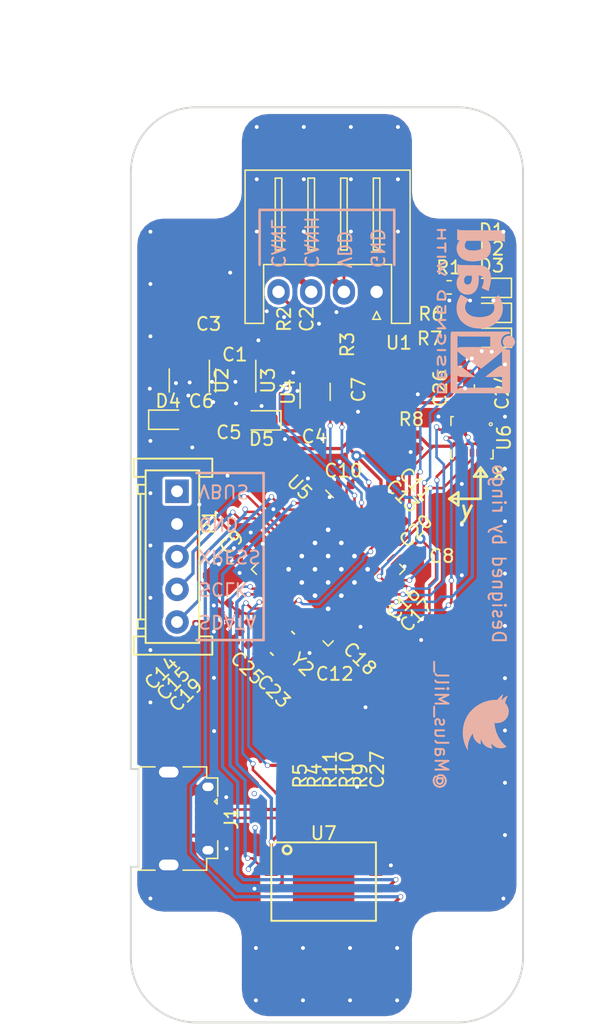
<source format=kicad_pcb>
(kicad_pcb (version 20171130) (host pcbnew "(5.0.2)-1")
  (layers (0 F.Cu signal hide) (31 B.Cu signal hide) (34 B.Paste user) (35 F.Paste user) (36 B.SilkS user) (37 F.SilkS user) (38 B.Mask user) (39 F.Mask user) (44 Edge.Cuts user))
  (net 0 "")
  (net 1 "Net-(C1-Pad1)")
  (net 2 GND)
  (net 3 "Net-(C2-Pad1)")
  (net 4 +5V)
  (net 5 +3V3)
  (net 6 "Net-(C18-Pad1)")
  (net 7 "Net-(C19-Pad1)")
  (net 8 "Net-(C23-Pad1)")
  (net 9 "Net-(C25-Pad1)")
  (net 10 "Net-(D1-Pad2)")
  (net 11 "Net-(D2-Pad2)")
  (net 12 "Net-(D3-Pad2)")
  (net 13 "Net-(J1-Pad2)")
  (net 14 "Net-(J1-Pad3)")
  (net 15 XRESS)
  (net 16 SCLK)
  (net 17 SDATA)
  (net 18 "Net-(R2-Pad2)")
  (net 19 "Net-(R3-Pad1)")
  (net 20 "Net-(R4-Pad2)")
  (net 21 "Net-(R5-Pad2)")
  (net 22 Sensor-CS)
  (net 23 "Net-(R9-Pad1)")
  (net 24 "Net-(R10-Pad1)")
  (net 25 Flash-~CS)
  (net 26 CAN-TXD)
  (net 27 CAN-RXD)
  (net 28 CAN-STB)
  (net 29 Flash-CLK)
  (net 30 Flash-MOSI)
  (net 31 Flash-MISO)
  (net 32 Sensor-CLK)
  (net 33 Sensor-MOSI)
  (net 34 Sensor-MISO)
  (net 35 INT1)
  (net 36 INT2)
  (net 37 LED_G_1)
  (net 38 LED_G_2)
  (module Connector_JST:JST_XH_S04B-XH-A_1x04_P2.50mm_Horizontal (layer F.Cu) (at 110.64812 62.47016 180)
    (fp_text reference U1 (at -1.7 -3.9 180) (layer F.SilkS))
    (fp_text value KRC_Conn_CAN)
    (pad 1 thru_hole roundrect (at 0 0 180) (size 1.7 1.95) (drill 0.95) (layers *.Cu *.Mask) (roundrect_rratio 0.147059) (net 2 GND))
    (pad 2 thru_hole oval (at 2.5 0 180) (size 1.7 1.95) (drill 0.95) (layers *.Cu *.Mask) (net 1 "Net-(C1-Pad1)"))
    (pad 3 thru_hole oval (at 5 0 180) (size 1.7 1.95) (drill 0.95) (layers *.Cu *.Mask) (net 18 "Net-(R2-Pad2)"))
    (pad 4 thru_hole oval (at 7.5 0 180) (size 1.7 1.95) (drill 0.95) (layers *.Cu *.Mask) (net 19 "Net-(R3-Pad1)"))
  )
  (module Capacitor_SMD:C_0805_2012Metric (layer F.Cu) (at 117.41735 69.84238 90)
    (fp_text reference C26 (at -0.00762 -1.89815 90) (layer F.SilkS))
    (fp_text value 10uF)
    (pad 1 smd roundrect (at -0.9375 0 90) (size 0.975 1.4) (layers F.Cu F.Paste F.Mask) (net 5 +3V3))
    (pad 2 smd roundrect (at 0.9375 0 90) (size 0.975 1.4) (layers F.Cu F.Paste F.Mask) (net 2 GND))
  )
  (module LED_SMD:LED_0603_1608Metric (layer F.Cu) (at 119.47982 62.16496 180)
    (fp_text reference D1 (at 0.0317 4.3948 180) (layer F.SilkS))
    (fp_text value LED_RED)
    (pad 1 smd roundrect (at -0.7875 0 180) (size 0.875 0.95) (layers F.Cu F.Paste F.Mask) (net 2 GND))
    (pad 2 smd roundrect (at 0.7875 0 180) (size 0.875 0.95) (layers F.Cu F.Paste F.Mask) (net 10 "Net-(D1-Pad2)"))
  )
  (module LED_SMD:LED_0603_1608Metric (layer F.Cu) (at 119.47982 64.07504 180)
    (fp_text reference D2 (at 0.0317 4.90488 180) (layer F.SilkS))
    (fp_text value LED_GREEN)
    (pad 2 smd roundrect (at 0.7875 0 180) (size 0.875 0.95) (layers F.Cu F.Paste F.Mask) (net 11 "Net-(D2-Pad2)"))
    (pad 1 smd roundrect (at -0.7875 0 180) (size 0.875 0.95) (layers F.Cu F.Paste F.Mask) (net 37 LED_G_1))
  )
  (module LED_SMD:LED_0603_1608Metric (layer F.Cu) (at 119.47982 65.98512 180)
    (fp_text reference D3 (at 0.0317 5.51496 180) (layer F.SilkS))
    (fp_text value LED_GREEN)
    (pad 1 smd roundrect (at -0.7875 0 180) (size 0.875 0.95) (layers F.Cu F.Paste F.Mask) (net 38 LED_G_2))
    (pad 2 smd roundrect (at 0.7875 0 180) (size 0.875 0.95) (layers F.Cu F.Paste F.Mask) (net 12 "Net-(D3-Pad2)"))
  )
  (module KUTKiCad_footprint:JST_JQ_05JQ-BT_1x05_P2.5mm_Vertical (layer F.Cu) (at 95.38208 77.724 90)
    (fp_text reference P1 (at -2.34616 2.5 90) (layer F.SilkS))
    (fp_text value KRC_PSoCWriter)
    (pad 1 thru_hole rect (at 0 0 90) (size 1.8 1.8) (drill 0.9) (layers *.Cu *.Mask))
    (pad 2 thru_hole circle (at -2.5 0 90) (size 1.8 1.8) (drill 0.9) (layers *.Cu *.Mask) (net 2 GND))
    (pad 3 thru_hole circle (at -5 0 90) (size 1.8 1.8) (drill 0.9) (layers *.Cu *.Mask) (net 15 XRESS))
    (pad 4 thru_hole circle (at -7.5 0 90) (size 1.8 1.8) (drill 0.9) (layers *.Cu *.Mask) (net 16 SCLK))
    (pad 5 thru_hole circle (at -10 0 90) (size 1.8 1.8) (drill 0.9) (layers *.Cu *.Mask) (net 17 SDATA))
  )
  (module Resistor_SMD:R_0603_1608Metric (layer F.Cu) (at 116.19992 62.12586 180)
    (fp_text reference R1 (at 0.02032 1.52146 180) (layer F.SilkS))
    (fp_text value 4.7kΩ)
    (pad 1 smd roundrect (at -0.7875 0 180) (size 0.875 0.95) (layers F.Cu F.Paste F.Mask) (net 10 "Net-(D1-Pad2)"))
    (pad 2 smd roundrect (at 0.7875 0 180) (size 0.875 0.95) (layers F.Cu F.Paste F.Mask) (net 1 "Net-(C1-Pad1)"))
  )
  (module Package_TO_SOT_SMD:TSOT-23-5 (layer F.Cu) (at 99.9 69.25 270)
    (fp_text reference U3 (at 0 -2.45 270) (layer F.SilkS))
    (fp_text value NCP718ASN500T1G)
    (pad 1 smd rect (at -1.31 -0.95 270) (size 1.22 0.65) (layers F.Cu F.Paste F.Mask) (net 1 "Net-(C1-Pad1)"))
    (pad 2 smd rect (at -1.31 0 270) (size 1.22 0.65) (layers F.Cu F.Paste F.Mask) (net 2 GND))
    (pad 3 smd rect (at -1.31 0.95 270) (size 1.22 0.65) (layers F.Cu F.Paste F.Mask) (net 1 "Net-(C1-Pad1)"))
    (pad 4 smd rect (at 1.31 0.95 270) (size 1.22 0.65) (layers F.Cu F.Paste F.Mask))
    (pad 5 smd rect (at 1.31 -0.95 270) (size 1.22 0.65) (layers F.Cu F.Paste F.Mask) (net 4 +5V))
  )
  (module Package_DFN_QFN:DFN-8_2x2mm_P0.5mm (layer F.Cu) (at 105.94684 70.1174 90)
    (fp_text reference U4 (at 0 -2.075 90) (layer F.SilkS))
    (fp_text value NCV7342)
    (pad 1 smd rect (at -0.95 -0.75 90) (size 0.85 0.3) (layers F.Cu F.Paste F.Mask) (net 26 CAN-TXD))
    (pad 2 smd rect (at -0.95 -0.25 90) (size 0.85 0.3) (layers F.Cu F.Paste F.Mask) (net 2 GND))
    (pad 3 smd rect (at -0.95 0.25 90) (size 0.85 0.3) (layers F.Cu F.Paste F.Mask) (net 4 +5V))
    (pad 4 smd rect (at -0.95 0.75 90) (size 0.85 0.3) (layers F.Cu F.Paste F.Mask) (net 27 CAN-RXD))
    (pad 5 smd rect (at 0.95 0.75 90) (size 0.85 0.3) (layers F.Cu F.Paste F.Mask) (net 5 +3V3))
    (pad 6 smd rect (at 0.95 0.25 90) (size 0.85 0.3) (layers F.Cu F.Paste F.Mask) (net 19 "Net-(R3-Pad1)"))
    (pad 7 smd rect (at 0.95 -0.25 90) (size 0.85 0.3) (layers F.Cu F.Paste F.Mask) (net 18 "Net-(R2-Pad2)"))
    (pad 8 smd rect (at 0.95 -0.75 90) (size 0.85 0.3) (layers F.Cu F.Paste F.Mask) (net 28 CAN-STB))
  )
  (module Package_LGA:LGA-16_3x3mm_P0.5mm_LayoutBorder3x5y (layer F.Cu) (at 117.9449 73.62444 270)
    (fp_text reference U6 (at 0 -2.45 90) (layer F.SilkS))
    (fp_text value H3LIS331DLTR)
    (pad 1 smd rect (at -1.15 -1 270) (size 0.6 0.35) (layers F.Cu F.Paste F.Mask) (net 5 +3V3))
    (pad 2 smd rect (at -1.15 -0.5 270) (size 0.6 0.35) (layers F.Cu F.Paste F.Mask))
    (pad 3 smd rect (at -1.15 0 270) (size 0.6 0.35) (layers F.Cu F.Paste F.Mask))
    (pad 4 smd rect (at -1.15 0.5 270) (size 0.6 0.35) (layers F.Cu F.Paste F.Mask) (net 32 Sensor-CLK))
    (pad 5 smd rect (at -1.15 1 270) (size 0.6 0.35) (layers F.Cu F.Paste F.Mask) (net 2 GND))
    (pad 6 smd rect (at -0.5 1.15 270) (size 0.35 0.6) (layers F.Cu F.Paste F.Mask) (net 33 Sensor-MOSI))
    (pad 7 smd rect (at 0 1.15 270) (size 0.35 0.6) (layers F.Cu F.Paste F.Mask) (net 34 Sensor-MISO))
    (pad 8 smd rect (at 0.5 1.15 270) (size 0.35 0.6) (layers F.Cu F.Paste F.Mask) (net 22 Sensor-CS))
    (pad 9 smd rect (at 1.15 1 270) (size 0.6 0.35) (layers F.Cu F.Paste F.Mask) (net 35 INT1))
    (pad 10 smd rect (at 1.15 0.5 270) (size 0.6 0.35) (layers F.Cu F.Paste F.Mask) (net 2 GND))
    (pad 11 smd rect (at 1.15 0 270) (size 0.6 0.35) (layers F.Cu F.Paste F.Mask) (net 36 INT2))
    (pad 12 smd rect (at 1.15 -0.5 270) (size 0.6 0.35) (layers F.Cu F.Paste F.Mask) (net 2 GND))
    (pad 13 smd rect (at 1.15 -1 270) (size 0.6 0.35) (layers F.Cu F.Paste F.Mask) (net 2 GND))
    (pad 14 smd rect (at 0.5 -1.15 270) (size 0.35 0.6) (layers F.Cu F.Paste F.Mask))
    (pad 15 smd rect (at 0 -1.15 270) (size 0.35 0.6) (layers F.Cu F.Paste F.Mask) (net 5 +3V3))
    (pad 16 smd rect (at -0.5 -1.15 270) (size 0.35 0.6) (layers F.Cu F.Paste F.Mask) (net 2 GND))
  )
  (module KUTKiCad_footprint:WSON-8_8x6mm_P1.27mm (layer F.Cu) (at 106.59872 107.57916)
    (fp_text reference U7 (at 0 -3.7) (layer F.SilkS))
    (fp_text value W25N01GVxxIG-IT)
    (pad 4 smd rect (at -4 1.905) (size 1 0.4) (layers F.Cu F.Paste F.Mask) (net 2 GND))
    (pad 6 smd rect (at 4 0.635) (size 1 0.4) (layers F.Cu F.Paste F.Mask) (net 29 Flash-CLK))
    (pad 7 smd rect (at 4 -0.635) (size 1 0.4) (layers F.Cu F.Paste F.Mask) (net 23 "Net-(R9-Pad1)"))
    (pad 2 smd rect (at -4 -0.635) (size 1 0.4) (layers F.Cu F.Paste F.Mask) (net 31 Flash-MISO))
    (pad 5 smd rect (at 4 1.905) (size 1 0.4) (layers F.Cu F.Paste F.Mask) (net 30 Flash-MOSI))
    (pad 8 smd rect (at 4 -1.905) (size 1 0.4) (layers F.Cu F.Paste F.Mask) (net 5 +3V3))
    (pad 9 smd rect (at 0 0) (size 4.7 4.6) (layers F.Cu F.Paste F.Mask))
    (pad 3 smd rect (at -4 0.635) (size 1 0.4) (layers F.Cu F.Paste F.Mask) (net 24 "Net-(R10-Pad1)"))
    (pad 1 smd rect (at -4 -1.905) (size 1 0.4) (layers F.Cu F.Paste F.Mask) (net 25 Flash-~CS))
  )
  (module KUTKiCad_footprint:Crystal_Murata_XRCHA (layer F.Cu) (at 103.44912 89.35466 135)
    (fp_text reference Y2 (at -2.23375 -0.073398 135) (layer F.SilkS))
    (fp_text value Crystal_MHz)
    (pad 2 smd rect (at 0.874999 0 135) (size 1.35 2.2) (layers F.Cu F.Paste F.Mask) (net 9 "Net-(C25-Pad1)"))
    (pad 1 smd rect (at -0.874999 0 135) (size 1.35 2.2) (layers F.Cu F.Paste F.Mask) (net 8 "Net-(C23-Pad1)"))
  )
  (module MountingHole:MountingHole_3.2mm_M3 (layer F.Cu) (at 96.85 53.35)
    (fp_text reference H1 hide)
    (fp_text value MountingHole)
    (pad 1 np_thru_hole circle (at 0 0) (size 3.2 3.2) (drill 3.2) (layers *.Cu *.Mask))
  )
  (module MountingHole:MountingHole_3.2mm_M3 (layer F.Cu) (at 96.85 113.35)
    (fp_text reference H2 hide)
    (fp_text value MountingHole)
    (pad 1 np_thru_hole circle (at 0 0) (size 3.2 3.2) (drill 3.2) (layers *.Cu *.Mask))
  )
  (module MountingHole:MountingHole_3.2mm_M3 (layer F.Cu) (at 116.85 53.35)
    (fp_text reference H3 hide)
    (fp_text value MountingHole)
    (pad 1 np_thru_hole circle (at 0 0) (size 3.2 3.2) (drill 3.2) (layers *.Cu *.Mask))
  )
  (module MountingHole:MountingHole_3.2mm_M3 (layer F.Cu) (at 116.85 113.35)
    (fp_text reference H4 hide)
    (fp_text value MountingHole)
    (pad 1 np_thru_hole circle (at 0 0) (size 3.2 3.2) (drill 3.2) (layers *.Cu *.Mask))
  )
  (module KUTKiCad_footprint:Cypress_QFN-68_EP_8x8_Pitch0.4mm (layer F.Cu) (at 106.9418 83.6898 315)
    (fp_text reference U5 (at -5.984103 -2.883864 315) (layer F.SilkS))
    (fp_text value CY8C5868LTI-LP039)
    (pad 1 smd oval (at -4 -3.2 45) (size 0.2 0.8) (layers F.Cu F.Paste F.Mask))
    (pad 2 smd oval (at -4 -2.8 45) (size 0.2 0.8) (layers F.Cu F.Paste F.Mask))
    (pad 3 smd oval (at -4 -2.4 45) (size 0.2 0.8) (layers F.Cu F.Paste F.Mask) (net 29 Flash-CLK))
    (pad 4 smd oval (at -4.000001 -2 45) (size 0.2 0.8) (layers F.Cu F.Paste F.Mask) (net 30 Flash-MOSI))
    (pad 5 smd oval (at -4 -1.6 45) (size 0.2 0.8) (layers F.Cu F.Paste F.Mask) (net 2 GND))
    (pad 6 smd oval (at -4 -1.2 45) (size 0.2 0.8) (layers F.Cu F.Paste F.Mask))
    (pad 7 smd oval (at -4.000001 -0.8 45) (size 0.2 0.8) (layers F.Cu F.Paste F.Mask) (net 2 GND))
    (pad 8 smd oval (at -4 -0.4 45) (size 0.2 0.8) (layers F.Cu F.Paste F.Mask) (net 2 GND))
    (pad 9 smd oval (at -4 0 45) (size 0.2 0.8) (layers F.Cu F.Paste F.Mask) (net 2 GND))
    (pad 10 smd oval (at -4 0.4 45) (size 0.2 0.8) (layers F.Cu F.Paste F.Mask) (net 15 XRESS))
    (pad 11 smd oval (at -4.000001 0.8 45) (size 0.2 0.8) (layers F.Cu F.Paste F.Mask) (net 17 SDATA))
    (pad 12 smd oval (at -4 1.2 45) (size 0.2 0.8) (layers F.Cu F.Paste F.Mask) (net 16 SCLK))
    (pad 13 smd oval (at -4 1.6 45) (size 0.2 0.8) (layers F.Cu F.Paste F.Mask))
    (pad 14 smd oval (at -4.000001 2 45) (size 0.2 0.8) (layers F.Cu F.Paste F.Mask))
    (pad 15 smd oval (at -4 2.4 45) (size 0.2 0.8) (layers F.Cu F.Paste F.Mask))
    (pad 16 smd oval (at -4 2.8 45) (size 0.2 0.8) (layers F.Cu F.Paste F.Mask))
    (pad 17 smd oval (at -4 3.2 45) (size 0.2 0.8) (layers F.Cu F.Paste F.Mask) (net 5 +3V3))
    (pad 18 smd oval (at -3.2 4 315) (size 0.2 0.8) (layers F.Cu F.Paste F.Mask))
    (pad 19 smd oval (at -2.8 4 315) (size 0.2 0.8) (layers F.Cu F.Paste F.Mask))
    (pad 20 smd oval (at -2.4 4 315) (size 0.2 0.8) (layers F.Cu F.Paste F.Mask) (net 31 Flash-MISO))
    (pad 21 smd oval (at -2 4.000001 315) (size 0.2 0.8) (layers F.Cu F.Paste F.Mask) (net 25 Flash-~CS))
    (pad 22 smd oval (at -1.6 4 315) (size 0.2 0.8) (layers F.Cu F.Paste F.Mask) (net 20 "Net-(R4-Pad2)"))
    (pad 23 smd oval (at -1.2 4 315) (size 0.2 0.8) (layers F.Cu F.Paste F.Mask) (net 21 "Net-(R5-Pad2)"))
    (pad 24 smd oval (at -0.8 4.000001 315) (size 0.2 0.8) (layers F.Cu F.Paste F.Mask) (net 5 +3V3))
    (pad 25 smd oval (at -0.4 4 315) (size 0.2 0.8) (layers F.Cu F.Paste F.Mask) (net 2 GND))
    (pad 26 smd oval (at 0 4 315) (size 0.2 0.8) (layers F.Cu F.Paste F.Mask) (net 7 "Net-(C19-Pad1)"))
    (pad 27 smd oval (at 0.4 4 315) (size 0.2 0.8) (layers F.Cu F.Paste F.Mask) (net 9 "Net-(C25-Pad1)"))
    (pad 28 smd oval (at 0.8 4.000001 315) (size 0.2 0.8) (layers F.Cu F.Paste F.Mask) (net 8 "Net-(C23-Pad1)"))
    (pad 29 smd oval (at 1.2 4 315) (size 0.2 0.8) (layers F.Cu F.Paste F.Mask))
    (pad 30 smd oval (at 1.6 4 315) (size 0.2 0.8) (layers F.Cu F.Paste F.Mask))
    (pad 31 smd oval (at 2 4.000001 315) (size 0.2 0.8) (layers F.Cu F.Paste F.Mask))
    (pad 32 smd oval (at 2.4 4 315) (size 0.2 0.8) (layers F.Cu F.Paste F.Mask))
    (pad 33 smd oval (at 2.8 4 315) (size 0.2 0.8) (layers F.Cu F.Paste F.Mask))
    (pad 34 smd oval (at 3.2 4 315) (size 0.2 0.8) (layers F.Cu F.Paste F.Mask))
    (pad 35 smd oval (at 4 3.2 45) (size 0.2 0.8) (layers F.Cu F.Paste F.Mask) (net 5 +3V3))
    (pad 36 smd oval (at 4 2.8 45) (size 0.2 0.8) (layers F.Cu F.Paste F.Mask))
    (pad 37 smd oval (at 4 2.4 45) (size 0.2 0.8) (layers F.Cu F.Paste F.Mask))
    (pad 38 smd oval (at 4.000001 2 45) (size 0.2 0.8) (layers F.Cu F.Paste F.Mask))
    (pad 39 smd oval (at 4 1.6 45) (size 0.2 0.8) (layers F.Cu F.Paste F.Mask))
    (pad 40 smd oval (at 4 1.2 45) (size 0.2 0.8) (layers F.Cu F.Paste F.Mask))
    (pad 41 smd oval (at 4.000001 0.8 45) (size 0.2 0.8) (layers F.Cu F.Paste F.Mask))
    (pad 42 smd oval (at 4 0.4 45) (size 0.2 0.8) (layers F.Cu F.Paste F.Mask) (net 6 "Net-(C18-Pad1)"))
    (pad 43 smd oval (at 4 0 45) (size 0.2 0.8) (layers F.Cu F.Paste F.Mask) (net 2 GND))
    (pad 44 smd oval (at 4 -0.4 45) (size 0.2 0.8) (layers F.Cu F.Paste F.Mask) (net 5 +3V3))
    (pad 45 smd oval (at 4.000001 -0.8 45) (size 0.2 0.8) (layers F.Cu F.Paste F.Mask) (net 2 GND))
    (pad 46 smd oval (at 4 -1.2 45) (size 0.2 0.8) (layers F.Cu F.Paste F.Mask) (net 34 Sensor-MISO))
    (pad 47 smd oval (at 4 -1.6 45) (size 0.2 0.8) (layers F.Cu F.Paste F.Mask) (net 32 Sensor-CLK))
    (pad 48 smd oval (at 4.000001 -2 45) (size 0.2 0.8) (layers F.Cu F.Paste F.Mask) (net 33 Sensor-MOSI))
    (pad 49 smd oval (at 4 -2.4 45) (size 0.2 0.8) (layers F.Cu F.Paste F.Mask) (net 22 Sensor-CS))
    (pad 50 smd oval (at 4 -2.8 45) (size 0.2 0.8) (layers F.Cu F.Paste F.Mask) (net 35 INT1))
    (pad 51 smd oval (at 4 -3.2 45) (size 0.2 0.8) (layers F.Cu F.Paste F.Mask) (net 36 INT2))
    (pad 52 smd oval (at 3.2 -4 315) (size 0.2 0.8) (layers F.Cu F.Paste F.Mask) (net 5 +3V3))
    (pad 53 smd oval (at 2.8 -4 315) (size 0.2 0.8) (layers F.Cu F.Paste F.Mask))
    (pad 54 smd oval (at 2.4 -4 315) (size 0.2 0.8) (layers F.Cu F.Paste F.Mask))
    (pad 55 smd oval (at 2 -4.000001 315) (size 0.2 0.8) (layers F.Cu F.Paste F.Mask) (net 37 LED_G_1))
    (pad 56 smd oval (at 1.6 -4 315) (size 0.2 0.8) (layers F.Cu F.Paste F.Mask) (net 38 LED_G_2))
    (pad 57 smd oval (at 1.2 -4 315) (size 0.2 0.8) (layers F.Cu F.Paste F.Mask) (net 7 "Net-(C19-Pad1)"))
    (pad 58 smd oval (at 0.8 -4.000001 315) (size 0.2 0.8) (layers F.Cu F.Paste F.Mask) (net 2 GND))
    (pad 59 smd oval (at 0.4 -4 315) (size 0.2 0.8) (layers F.Cu F.Paste F.Mask) (net 5 +3V3))
    (pad 60 smd oval (at 0 -4 315) (size 0.2 0.8) (layers F.Cu F.Paste F.Mask))
    (pad 61 smd oval (at -0.4 -4 315) (size 0.2 0.8) (layers F.Cu F.Paste F.Mask))
    (pad 62 smd oval (at -0.8 -4.000001 315) (size 0.2 0.8) (layers F.Cu F.Paste F.Mask) (net 26 CAN-TXD))
    (pad 63 smd oval (at -1.2 -4 315) (size 0.2 0.8) (layers F.Cu F.Paste F.Mask) (net 27 CAN-RXD))
    (pad 64 smd oval (at -1.6 -4 315) (size 0.2 0.8) (layers F.Cu F.Paste F.Mask) (net 28 CAN-STB))
    (pad 65 smd oval (at -2 -4.000001 315) (size 0.2 0.8) (layers F.Cu F.Paste F.Mask))
    (pad 66 smd oval (at -2.4 -4 315) (size 0.2 0.8) (layers F.Cu F.Paste F.Mask))
    (pad 67 smd oval (at -2.8 -4 315) (size 0.2 0.8) (layers F.Cu F.Paste F.Mask) (net 5 +3V3))
    (pad 68 smd oval (at -3.2 -4 315) (size 0.2 0.8) (layers F.Cu F.Paste F.Mask))
    (pad 69 smd rect (at -2.1375 -2.1375 315) (size 1.425 1.425) (layers F.Cu F.Paste F.Mask) (net 2 GND))
    (pad 69 smd rect (at -2.1375 -0.7125 315) (size 1.425 1.425) (layers F.Cu F.Paste F.Mask) (net 2 GND))
    (pad 69 smd rect (at -2.1375 0.7125 315) (size 1.425 1.425) (layers F.Cu F.Paste F.Mask) (net 2 GND))
    (pad 69 smd rect (at -2.1375 2.1375 315) (size 1.425 1.425) (layers F.Cu F.Paste F.Mask) (net 2 GND))
    (pad 69 smd rect (at -0.7125 -2.1375 315) (size 1.425 1.425) (layers F.Cu F.Paste F.Mask) (net 2 GND))
    (pad 69 smd rect (at -0.7125 -0.7125 315) (size 1.425 1.425) (layers F.Cu F.Paste F.Mask) (net 2 GND))
    (pad 69 smd rect (at -0.7125 0.7125 315) (size 1.425 1.425) (layers F.Cu F.Paste F.Mask) (net 2 GND))
    (pad 69 smd rect (at -0.7125 2.1375 315) (size 1.425 1.425) (layers F.Cu F.Paste F.Mask) (net 2 GND))
    (pad 69 smd rect (at 0.7125 -2.1375 315) (size 1.425 1.425) (layers F.Cu F.Paste F.Mask) (net 2 GND))
    (pad 69 smd rect (at 0.7125 -0.7125 315) (size 1.425 1.425) (layers F.Cu F.Paste F.Mask) (net 2 GND))
    (pad 69 smd rect (at 0.7125 0.7125 315) (size 1.425 1.425) (layers F.Cu F.Paste F.Mask) (net 2 GND))
    (pad 69 smd rect (at 0.7125 2.1375 315) (size 1.425 1.425) (layers F.Cu F.Paste F.Mask) (net 2 GND))
    (pad 69 smd rect (at 2.1375 -2.1375 315) (size 1.425 1.425) (layers F.Cu F.Paste F.Mask) (net 2 GND))
    (pad 69 smd rect (at 2.1375 -0.7125 315) (size 1.425 1.425) (layers F.Cu F.Paste F.Mask) (net 2 GND))
    (pad 69 smd rect (at 2.1375 0.7125 315) (size 1.425 1.425) (layers F.Cu F.Paste F.Mask) (net 2 GND))
    (pad 69 smd rect (at 2.1375 2.1375 315) (size 1.425 1.425) (layers F.Cu F.Paste F.Mask) (net 2 GND))
    (pad 69 thru_hole circle (at -2.1375 -2.1375 315) (size 0.7125 0.7125) (drill 0.35625) (layers *.Cu *.Mask) (net 2 GND))
    (pad 69 thru_hole circle (at -2.1375 -0.7125 315) (size 0.7125 0.7125) (drill 0.35625) (layers *.Cu *.Mask) (net 2 GND))
    (pad 69 thru_hole circle (at -2.1375 0.7125 315) (size 0.7125 0.7125) (drill 0.35625) (layers *.Cu *.Mask) (net 2 GND))
    (pad 69 thru_hole circle (at -2.1375 2.1375 315) (size 0.7125 0.7125) (drill 0.35625) (layers *.Cu *.Mask) (net 2 GND))
    (pad 69 thru_hole circle (at -0.7125 -2.1375 315) (size 0.7125 0.7125) (drill 0.35625) (layers *.Cu *.Mask) (net 2 GND))
    (pad 69 thru_hole circle (at -0.7125 -0.7125 315) (size 0.7125 0.7125) (drill 0.35625) (layers *.Cu *.Mask) (net 2 GND))
    (pad 69 thru_hole circle (at -0.7125 0.7125 315) (size 0.7125 0.7125) (drill 0.35625) (layers *.Cu *.Mask) (net 2 GND))
    (pad 69 thru_hole circle (at -0.7125 2.1375 315) (size 0.7125 0.7125) (drill 0.35625) (layers *.Cu *.Mask) (net 2 GND))
    (pad 69 thru_hole circle (at 0.7125 -2.1375 315) (size 0.7125 0.7125) (drill 0.35625) (layers *.Cu *.Mask) (net 2 GND))
    (pad 69 thru_hole circle (at 0.7125 -0.7125 315) (size 0.7125 0.7125) (drill 0.35625) (layers *.Cu *.Mask) (net 2 GND))
    (pad 69 thru_hole circle (at 0.7125 0.7125 315) (size 0.7125 0.7125) (drill 0.35625) (layers *.Cu *.Mask) (net 2 GND))
    (pad 69 thru_hole circle (at 0.7125 2.1375 315) (size 0.7125 0.7125) (drill 0.35625) (layers *.Cu *.Mask) (net 2 GND))
    (pad 69 thru_hole circle (at 2.1375 -2.1375 315) (size 0.7125 0.7125) (drill 0.35625) (layers *.Cu *.Mask) (net 2 GND))
    (pad 69 thru_hole circle (at 2.1375 -0.7125 315) (size 0.7125 0.7125) (drill 0.35625) (layers *.Cu *.Mask) (net 2 GND))
    (pad 69 thru_hole circle (at 2.1375 0.7125 315) (size 0.7125 0.7125) (drill 0.35625) (layers *.Cu *.Mask) (net 2 GND))
    (pad 69 thru_hole circle (at 2.1375 2.1375 315) (size 0.7125 0.7125) (drill 0.35625) (layers *.Cu *.Mask) (net 2 GND))
  )
  (module Capacitor_SMD:C_0402_1005Metric (layer F.Cu) (at 105.26104 66.50552 90)
    (fp_text reference C2 (at 1.93872 0.04736 90) (layer F.SilkS))
    (fp_text value 4.7nF)
    (pad 1 smd roundrect (at -0.485 0 90) (size 0.59 0.64) (layers F.Cu F.Paste F.Mask) (net 3 "Net-(C2-Pad1)"))
    (pad 2 smd roundrect (at 0.485 0 90) (size 0.59 0.64) (layers F.Cu F.Paste F.Mask) (net 2 GND))
  )
  (module Capacitor_SMD:C_0402_1005Metric (layer F.Cu) (at 105.88752 72.3653 180)
    (fp_text reference C4 (at 0 -1.17 180) (layer F.SilkS))
    (fp_text value 0.1uF)
    (pad 2 smd roundrect (at 0.485 0 180) (size 0.59 0.64) (layers F.Cu F.Paste F.Mask) (net 2 GND))
    (pad 1 smd roundrect (at -0.485 0 180) (size 0.59 0.64) (layers F.Cu F.Paste F.Mask) (net 4 +5V))
  )
  (module Capacitor_SMD:C_0402_1005Metric (layer F.Cu) (at 107.8874 69.97516 90)
    (fp_text reference C7 (at 0.02356 1.3834 90) (layer F.SilkS))
    (fp_text value 0.1uF)
    (pad 1 smd roundrect (at -0.485 0 90) (size 0.59 0.64) (layers F.Cu F.Paste F.Mask) (net 5 +3V3))
    (pad 2 smd roundrect (at 0.485 0 90) (size 0.59 0.64) (layers F.Cu F.Paste F.Mask) (net 2 GND))
  )
  (module Capacitor_SMD:C_0402_1005Metric (layer F.Cu) (at 113.63452 82.66176)
    (fp_text reference C8 (at 1.99898 0.01524) (layer F.SilkS))
    (fp_text value 0.1uF)
    (pad 2 smd roundrect (at 0.485 0) (size 0.59 0.64) (layers F.Cu F.Paste F.Mask) (net 2 GND))
    (pad 1 smd roundrect (at -0.485 0) (size 0.59 0.64) (layers F.Cu F.Paste F.Mask) (net 5 +3V3))
  )
  (module Capacitor_SMD:C_0402_1005Metric (layer F.Cu) (at 100.40112 82.56016 225)
    (fp_text reference C9 (at -0.064658 1.242867 225) (layer F.SilkS))
    (fp_text value 0.1uF)
    (pad 1 smd roundrect (at -0.485 0 225) (size 0.59 0.64) (layers F.Cu F.Paste F.Mask) (net 5 +3V3))
    (pad 2 smd roundrect (at 0.485 0 225) (size 0.59 0.64) (layers F.Cu F.Paste F.Mask) (net 2 GND))
  )
  (module Capacitor_SMD:C_0402_1005Metric (layer F.Cu) (at 108.18708 77.24494 180)
    (fp_text reference C10 (at 0.08468 1.09574 180) (layer F.SilkS))
    (fp_text value 0.1uF)
    (pad 2 smd roundrect (at 0.485 0 180) (size 0.59 0.64) (layers F.Cu F.Paste F.Mask) (net 2 GND))
    (pad 1 smd roundrect (at -0.485 0 180) (size 0.59 0.64) (layers F.Cu F.Paste F.Mask) (net 5 +3V3))
  )
  (module Capacitor_SMD:C_0402_1005Metric (layer F.Cu) (at 111.83112 78.87716 315)
    (fp_text reference C11 (at 0.06825 -2.489327 315) (layer F.SilkS))
    (fp_text value 1.0uF)
    (pad 2 smd roundrect (at 0.485 0 315) (size 0.59 0.64) (layers F.Cu F.Paste F.Mask) (net 2 GND))
    (pad 1 smd roundrect (at -0.485 0 315) (size 0.59 0.64) (layers F.Cu F.Paste F.Mask) (net 5 +3V3))
  )
  (module Capacitor_SMD:C_0402_1005Metric (layer F.Cu) (at 106.95432 90.63736 180)
    (fp_text reference C12 (at -0.48768 -1.05664 180) (layer F.SilkS))
    (fp_text value 0.1uF)
    (pad 1 smd roundrect (at -0.485 0 180) (size 0.59 0.64) (layers F.Cu F.Paste F.Mask) (net 5 +3V3))
    (pad 2 smd roundrect (at 0.485 0 180) (size 0.59 0.64) (layers F.Cu F.Paste F.Mask) (net 2 GND))
  )
  (module Capacitor_SMD:C_0402_1005Metric (layer F.Cu) (at 111.0996 79.6036 315)
    (fp_text reference C13 (at 0 -2.155261 315) (layer F.SilkS))
    (fp_text value 0.1uF)
    (pad 2 smd roundrect (at 0.485 0 315) (size 0.59 0.64) (layers F.Cu F.Paste F.Mask) (net 2 GND))
    (pad 1 smd roundrect (at -0.485 0 315) (size 0.59 0.64) (layers F.Cu F.Paste F.Mask) (net 5 +3V3))
  )
  (module Capacitor_SMD:C_0402_1005Metric (layer F.Cu) (at 99.00412 86.62416 225)
    (fp_text reference C14 (at 6.957902 -0.140092 225) (layer F.SilkS))
    (fp_text value 1.0uF)
    (pad 1 smd roundrect (at -0.485 0 225) (size 0.59 0.64) (layers F.Cu F.Paste F.Mask) (net 5 +3V3))
    (pad 2 smd roundrect (at 0.485 0 225) (size 0.59 0.64) (layers F.Cu F.Paste F.Mask) (net 2 GND))
  )
  (module Capacitor_SMD:C_0402_1005Metric (layer F.Cu) (at 99.76612 87.38616 225)
    (fp_text reference C15 (at 6.88606 -0.283776 225) (layer F.SilkS))
    (fp_text value 0.1uF)
    (pad 2 smd roundrect (at 0.485 0 225) (size 0.59 0.64) (layers F.Cu F.Paste F.Mask) (net 2 GND))
    (pad 1 smd roundrect (at -0.485 0 225) (size 0.59 0.64) (layers F.Cu F.Paste F.Mask) (net 5 +3V3))
  )
  (module Capacitor_SMD:C_0402_1005Metric (layer F.Cu) (at 111.06912 88.08466 225)
    (fp_text reference C16 (at -2.426465 0.084414 225) (layer F.SilkS))
    (fp_text value 1.0uF)
    (pad 2 smd roundrect (at 0.485 0 225) (size 0.59 0.64) (layers F.Cu F.Paste F.Mask) (net 2 GND))
    (pad 1 smd roundrect (at -0.485 0 225) (size 0.59 0.64) (layers F.Cu F.Paste F.Mask) (net 5 +3V3))
  )
  (module Capacitor_SMD:C_0402_1005Metric (layer F.Cu) (at 111.83112 88.84666 225)
    (fp_text reference C17 (at -2.462386 -0.167033 225) (layer F.SilkS))
    (fp_text value 0.1uF)
    (pad 2 smd roundrect (at 0.485 0 225) (size 0.59 0.64) (layers F.Cu F.Paste F.Mask) (net 2 GND))
    (pad 1 smd roundrect (at -0.485 0 225) (size 0.59 0.64) (layers F.Cu F.Paste F.Mask) (net 5 +3V3))
  )
  (module Capacitor_SMD:C_0402_1005Metric (layer F.Cu) (at 110.332567 89.507107 315)
    (fp_text reference C18 (at 0.041243 1.399124 315) (layer F.SilkS))
    (fp_text value 1.0uF)
    (pad 1 smd roundrect (at -0.485 0 315) (size 0.59 0.64) (layers F.Cu F.Paste F.Mask) (net 6 "Net-(C18-Pad1)"))
    (pad 2 smd roundrect (at 0.485 0 315) (size 0.59 0.64) (layers F.Cu F.Paste F.Mask) (net 2 GND))
  )
  (module Capacitor_SMD:C_0402_1005Metric (layer F.Cu) (at 100.52812 88.09736 225)
    (fp_text reference C19 (at 6.850139 -0.535223 225) (layer F.SilkS))
    (fp_text value 1.0uF)
    (pad 2 smd roundrect (at 0.485 0 225) (size 0.59 0.64) (layers F.Cu F.Paste F.Mask) (net 2 GND))
    (pad 1 smd roundrect (at -0.485 0 225) (size 0.59 0.64) (layers F.Cu F.Paste F.Mask) (net 7 "Net-(C19-Pad1)"))
  )
  (module Capacitor_SMD:C_0402_1005Metric (layer F.Cu) (at 112.46612 80.33766 45)
    (fp_text reference C20 (at 0.540611 1.154861 45) (layer F.SilkS))
    (fp_text value 0.1uF)
    (pad 1 smd roundrect (at -0.485 0 45) (size 0.59 0.64) (layers F.Cu F.Paste F.Mask) (net 7 "Net-(C19-Pad1)"))
    (pad 2 smd roundrect (at 0.485 0 45) (size 0.59 0.64) (layers F.Cu F.Paste F.Mask) (net 2 GND))
  )
  (module Capacitor_SMD:C_0402_1005Metric (layer F.Cu) (at 102.62362 91.25966 135)
    (fp_text reference C23 (at -1.343446 -1.138696 135) (layer F.SilkS))
    (fp_text value 9pF)
    (pad 1 smd roundrect (at -0.485 0 135) (size 0.59 0.64) (layers F.Cu F.Paste F.Mask) (net 8 "Net-(C23-Pad1)"))
    (pad 2 smd roundrect (at 0.485 0 135) (size 0.59 0.64) (layers F.Cu F.Paste F.Mask) (net 2 GND))
  )
  (module Capacitor_SMD:C_0402_1005Metric (layer F.Cu) (at 118.94312 70.62216 90)
    (fp_text reference C24 (at 0.56896 1.30048 90) (layer F.SilkS))
    (fp_text value 0.1uF)
    (pad 1 smd roundrect (at -0.485 0 90) (size 0.59 0.64) (layers F.Cu F.Paste F.Mask) (net 5 +3V3))
    (pad 2 smd roundrect (at 0.485 0 90) (size 0.59 0.64) (layers F.Cu F.Paste F.Mask) (net 2 GND))
  )
  (module Capacitor_SMD:C_0402_1005Metric (layer F.Cu) (at 101.16312 89.79916 315)
    (fp_text reference C25 (at 0.714828 1.318302 315) (layer F.SilkS))
    (fp_text value 9pF)
    (pad 2 smd roundrect (at 0.485 0 315) (size 0.59 0.64) (layers F.Cu F.Paste F.Mask) (net 2 GND))
    (pad 1 smd roundrect (at -0.485 0 315) (size 0.59 0.64) (layers F.Cu F.Paste F.Mask) (net 9 "Net-(C25-Pad1)"))
  )
  (module Capacitor_SMD:C_0402_1005Metric (layer F.Cu) (at 110.62462 101.67366 90)
    (fp_text reference C27 (at 2.66446 0.06858 90) (layer F.SilkS))
    (fp_text value 0.1uF)
    (pad 1 smd roundrect (at -0.485 0 90) (size 0.59 0.64) (layers F.Cu F.Paste F.Mask) (net 5 +3V3))
    (pad 2 smd roundrect (at 0.485 0 90) (size 0.59 0.64) (layers F.Cu F.Paste F.Mask) (net 2 GND))
  )
  (module KUTKiCad_footprint:Hirose_ZX_ZX62D-B-5P8 (layer F.Cu) (at 94.74962 102.75316 270)
    (fp_text reference J1 (at 0 -4.8 270) (layer F.SilkS))
    (fp_text value USB_B_Micro)
    (pad 1 smd rect (at -1.3 -2.675 270) (size 0.4 1.35) (layers F.Cu F.Paste F.Mask))
    (pad 2 smd rect (at -0.65 -2.675 270) (size 0.4 1.35) (layers F.Cu F.Paste F.Mask) (net 13 "Net-(J1-Pad2)"))
    (pad 3 smd rect (at 0 -2.675 270) (size 0.4 1.35) (layers F.Cu F.Paste F.Mask) (net 14 "Net-(J1-Pad3)"))
    (pad 4 smd rect (at 0.65 -2.675 270) (size 0.4 1.35) (layers F.Cu F.Paste F.Mask))
    (pad 5 smd rect (at 1.3 -2.675 270) (size 0.4 1.35) (layers F.Cu F.Paste F.Mask) (net 2 GND))
    (pad 5 thru_hole oval (at -2.425 -3 270) (size 1.05 1.25) (drill oval 0.65 0.85) (layers *.Cu *.Mask) (net 2 GND))
    (pad 5 thru_hole oval (at 2.425 -3 270) (size 1.05 1.25) (drill oval 0.65 0.85) (layers *.Cu *.Mask) (net 2 GND))
    (pad 5 thru_hole rect (at -3.55 0 270) (size 2.1 1.9) (drill oval 0.825 1.5 (offset -0.1 0)) (layers *.Cu *.Mask) (net 2 GND))
    (pad 5 thru_hole rect (at 3.55 0 270) (size 2.1 1.9) (drill oval 0.825 1.5 (offset 0.1 0)) (layers *.Cu *.Mask) (net 2 GND))
    (pad 5 smd rect (at -1.15 0 270) (size 1.8 1.9) (layers F.Cu F.Paste F.Mask) (net 2 GND))
    (pad 5 smd rect (at 1.15 0 270) (size 1.8 1.9) (layers F.Cu F.Paste F.Mask) (net 2 GND))
  )
  (module Capacitor_SMD:C_0402_1005Metric (layer F.Cu) (at 103.44812 66.47016 270)
    (fp_text reference R2 (at -1.90336 -0.13308 270) (layer F.SilkS))
    (fp_text value 56Ω)
    (pad 1 smd roundrect (at -0.485 0 270) (size 0.59 0.64) (layers F.Cu F.Paste F.Mask) (net 3 "Net-(C2-Pad1)"))
    (pad 2 smd roundrect (at 0.485 0 270) (size 0.59 0.64) (layers F.Cu F.Paste F.Mask) (net 18 "Net-(R2-Pad2)"))
  )
  (module Capacitor_SMD:C_0402_1005Metric (layer F.Cu) (at 107.24224 66.50552 270)
    (fp_text reference R3 (at 0 -1.17 270) (layer F.SilkS))
    (fp_text value 56Ω)
    (pad 1 smd roundrect (at -0.485 0 270) (size 0.59 0.64) (layers F.Cu F.Paste F.Mask) (net 19 "Net-(R3-Pad1)"))
    (pad 2 smd roundrect (at 0.485 0 270) (size 0.59 0.64) (layers F.Cu F.Paste F.Mask) (net 3 "Net-(C2-Pad1)"))
  )
  (module Capacitor_SMD:C_0402_1005Metric (layer F.Cu) (at 105.95102 101.67366 90)
    (fp_text reference R4 (at 2.188269 -0.03302 90) (layer F.SilkS))
    (fp_text value 22Ω)
    (pad 1 smd roundrect (at -0.485 0 90) (size 0.59 0.64) (layers F.Cu F.Paste F.Mask) (net 14 "Net-(J1-Pad3)"))
    (pad 2 smd roundrect (at 0.485 0 90) (size 0.59 0.64) (layers F.Cu F.Paste F.Mask) (net 20 "Net-(R4-Pad2)"))
  )
  (module Capacitor_SMD:C_0402_1005Metric (layer F.Cu) (at 104.78262 101.67366 90)
    (fp_text reference R5 (at 2.188269 0.01778 90) (layer F.SilkS))
    (fp_text value 22Ω)
    (pad 2 smd roundrect (at 0.485 0 90) (size 0.59 0.64) (layers F.Cu F.Paste F.Mask) (net 21 "Net-(R5-Pad2)"))
    (pad 1 smd roundrect (at -0.485 0 90) (size 0.59 0.64) (layers F.Cu F.Paste F.Mask) (net 13 "Net-(J1-Pad2)"))
  )
  (module Capacitor_SMD:C_0402_1005Metric (layer F.Cu) (at 116.74992 64.09436 180)
    (fp_text reference R6 (at 1.94192 -0.06604 180) (layer F.SilkS))
    (fp_text value 1.0kΩ)
    (pad 1 smd roundrect (at -0.485 0 180) (size 0.59 0.64) (layers F.Cu F.Paste F.Mask) (net 11 "Net-(D2-Pad2)"))
    (pad 2 smd roundrect (at 0.485 0 180) (size 0.59 0.64) (layers F.Cu F.Paste F.Mask) (net 5 +3V3))
  )
  (module Capacitor_SMD:C_0402_1005Metric (layer F.Cu) (at 116.74992 66.06286 180)
    (fp_text reference R7 (at 2.04352 0.02286 180) (layer F.SilkS))
    (fp_text value 1.0kΩ)
    (pad 2 smd roundrect (at 0.485 0 180) (size 0.59 0.64) (layers F.Cu F.Paste F.Mask) (net 5 +3V3))
    (pad 1 smd roundrect (at -0.485 0 180) (size 0.59 0.64) (layers F.Cu F.Paste F.Mask) (net 12 "Net-(D3-Pad2)"))
  )
  (module Capacitor_SMD:C_0402_1005Metric (layer F.Cu) (at 113.30874 73.38822)
    (fp_text reference R8 (at 0 -1.17) (layer F.SilkS))
    (fp_text value 4.7kΩ)
    (pad 2 smd roundrect (at 0.485 0) (size 0.59 0.64) (layers F.Cu F.Paste F.Mask) (net 22 Sensor-CS))
    (pad 1 smd roundrect (at -0.485 0) (size 0.59 0.64) (layers F.Cu F.Paste F.Mask) (net 2 GND))
  )
  (module Capacitor_SMD:C_0402_1005Metric (layer F.Cu) (at 109.45622 101.67366 90)
    (fp_text reference R9 (at 2.188269 -0.03302 90) (layer F.SilkS))
    (fp_text value 4.7kΩ)
    (pad 1 smd roundrect (at -0.485 0 90) (size 0.59 0.64) (layers F.Cu F.Paste F.Mask) (net 23 "Net-(R9-Pad1)"))
    (pad 2 smd roundrect (at 0.485 0 90) (size 0.59 0.64) (layers F.Cu F.Paste F.Mask) (net 5 +3V3))
  )
  (module Capacitor_SMD:C_0402_1005Metric (layer F.Cu) (at 108.28782 101.67366 90)
    (fp_text reference R10 (at 2.66446 0.06858 90) (layer F.SilkS))
    (fp_text value 4.7kΩ)
    (pad 2 smd roundrect (at 0.485 0 90) (size 0.59 0.64) (layers F.Cu F.Paste F.Mask) (net 5 +3V3))
    (pad 1 smd roundrect (at -0.485 0 90) (size 0.59 0.64) (layers F.Cu F.Paste F.Mask) (net 24 "Net-(R10-Pad1)"))
  )
  (module Capacitor_SMD:C_0402_1005Metric (layer F.Cu) (at 107.11942 101.67366 90)
    (fp_text reference R11 (at 2.66446 -0.03302 90) (layer F.SilkS))
    (fp_text value 4.7kΩ)
    (pad 2 smd roundrect (at 0.485 0 90) (size 0.59 0.64) (layers F.Cu F.Paste F.Mask) (net 5 +3V3))
    (pad 1 smd roundrect (at -0.485 0 90) (size 0.59 0.64) (layers F.Cu F.Paste F.Mask) (net 25 Flash-~CS))
  )
  (module Capacitor_SMD:C_0402_1005Metric (layer F.Cu) (at 99.8 66.1 180)
    (fp_text reference C1 (at 0 -1.17 180) (layer F.SilkS))
    (fp_text value 1uF)
    (pad 2 smd roundrect (at 0.485 0 180) (size 0.59 0.64) (layers F.Cu F.Paste F.Mask) (net 2 GND))
    (pad 1 smd roundrect (at -0.485 0 180) (size 0.59 0.64) (layers F.Cu F.Paste F.Mask) (net 1 "Net-(C1-Pad1)"))
  )
  (module Capacitor_SMD:C_0402_1005Metric (layer F.Cu) (at 97.8 66.1)
    (fp_text reference C3 (at 0 -1.17) (layer F.SilkS))
    (fp_text value 1uF)
    (pad 2 smd roundrect (at 0.485 0) (size 0.59 0.64) (layers F.Cu F.Paste F.Mask) (net 2 GND))
    (pad 1 smd roundrect (at -0.485 0) (size 0.59 0.64) (layers F.Cu F.Paste F.Mask) (net 1 "Net-(C1-Pad1)"))
  )
  (module Capacitor_SMD:C_0402_1005Metric (layer F.Cu) (at 99.35 72.05 180)
    (fp_text reference C5 (at 0 -1.17 180) (layer F.SilkS))
    (fp_text value 1uF)
    (pad 1 smd roundrect (at -0.485 0 180) (size 0.59 0.64) (layers F.Cu F.Paste F.Mask) (net 4 +5V))
    (pad 2 smd roundrect (at 0.485 0 180) (size 0.59 0.64) (layers F.Cu F.Paste F.Mask) (net 2 GND))
  )
  (module Capacitor_SMD:C_0402_1005Metric (layer F.Cu) (at 97.25 72)
    (fp_text reference C6 (at 0 -1.17) (layer F.SilkS))
    (fp_text value 1uF)
    (pad 1 smd roundrect (at -0.485 0) (size 0.59 0.64) (layers F.Cu F.Paste F.Mask) (net 5 +3V3))
    (pad 2 smd roundrect (at 0.485 0) (size 0.59 0.64) (layers F.Cu F.Paste F.Mask) (net 2 GND))
  )
  (module Diode_SMD:D_0603_1608Metric (layer F.Cu) (at 94.7 72.25)
    (fp_text reference D4 (at 0 -1.43) (layer F.SilkS))
    (fp_text value D_Schottky_Small)
    (pad 2 smd roundrect (at 0.7875 0) (size 0.875 0.95) (layers F.Cu F.Paste F.Mask) (net 5 +3V3))
    (pad 1 smd roundrect (at -0.7875 0) (size 0.875 0.95) (layers F.Cu F.Paste F.Mask) (net 1 "Net-(C1-Pad1)"))
  )
  (module Diode_SMD:D_0603_1608Metric (layer F.Cu) (at 101.85 72.3 180)
    (fp_text reference D5 (at 0 -1.43 180) (layer F.SilkS))
    (fp_text value D_Schottky_Small)
    (pad 1 smd roundrect (at -0.7875 0 180) (size 0.875 0.95) (layers F.Cu F.Paste F.Mask) (net 1 "Net-(C1-Pad1)"))
    (pad 2 smd roundrect (at 0.7875 0 180) (size 0.875 0.95) (layers F.Cu F.Paste F.Mask) (net 4 +5V))
  )
  (module Package_TO_SOT_SMD:TSOT-23-5 (layer F.Cu) (at 96.35 69.25 270)
    (fp_text reference U2 (at 0 -2.45 270) (layer F.SilkS))
    (fp_text value NCP718ASN330T1G)
    (pad 1 smd rect (at -1.31 -0.95 270) (size 1.22 0.65) (layers F.Cu F.Paste F.Mask) (net 1 "Net-(C1-Pad1)"))
    (pad 2 smd rect (at -1.31 0 270) (size 1.22 0.65) (layers F.Cu F.Paste F.Mask) (net 2 GND))
    (pad 3 smd rect (at -1.31 0.95 270) (size 1.22 0.65) (layers F.Cu F.Paste F.Mask) (net 1 "Net-(C1-Pad1)"))
    (pad 4 smd rect (at 1.31 0.95 270) (size 1.22 0.65) (layers F.Cu F.Paste F.Mask))
    (pad 5 smd rect (at 1.31 -0.95 270) (size 1.22 0.65) (layers F.Cu F.Paste F.Mask) (net 5 +3V3))
  )
  (module Symbol:KiCad-Logo2_6mm_SilkScreen (layer B.Cu) (at 118.25 63.95 90)
    (fp_text reference REF** hide)
    (fp_text value KiCad-Logo2_6mm_SilkScreen hide)
  )
  (module my_footprint:Twitter_logo (layer B.Cu) (at 119 95.4 90)
    (fp_text reference G*** hide)
    (fp_text value LOGO hide)
  )
  (gr_line (start 96.8756 89.1032) (end 102.0064 89.1032) (layer B.SilkS) (width 0.2))
  (gr_line (start 102.0064 76.327) (end 102.0064 89.1032) (layer B.SilkS) (width 0.2))
  (gr_line (start 96.8756 76.327) (end 102.0064 76.327) (layer B.SilkS) (width 0.2))
  (gr_text SDATA (at 99.242476 87.7 180) (layer B.SilkS) (effects (font (size 1 1)) (justify mirror)))
  (gr_text SCLK (at 98.909143 85.206 180) (layer B.SilkS) (effects (font (size 1 1)) (justify mirror)))
  (gr_text XRESS (at 99.409143 82.712 180) (layer B.SilkS) (effects (font (size 1 1)) (justify mirror)))
  (gr_text GND (at 98.552 80.218 180) (layer B.SilkS) (effects (font (size 1 1)) (justify mirror)))
  (gr_text VBUS (at 98.956762 77.724 180) (layer B.SilkS) (effects (font (size 1 1)) (justify mirror)))
  (gr_text @Malus_Mill_ (at 115.6 95.65 270) (layer B.SilkS) (effects (font (size 1 1)) (justify mirror)))
  (gr_circle (center 103.8 105.15) (end 103.55 105.35) (layer F.SilkS) (width 0.2))
  (gr_text "Designed by ringo" (at 120 89.45 270) (layer B.SilkS) (effects (font (size 1 1)) (justify left mirror)))
  (gr_line (start 101.7 56.2) (end 101.7 60.4) (layer B.SilkS) (width 0.2))
  (gr_line (start 112 56.2) (end 112 60.4) (layer B.SilkS) (width 0.2))
  (gr_line (start 101.7 56.2) (end 112 56.2) (layer B.SilkS) (width 0.2))
  (gr_text CANL (at 103.1 58.8 270) (layer B.SilkS) (effects (font (size 1 1)) (justify mirror)))
  (gr_text CANH (at 105.633333 58.680952 270) (layer B.SilkS) (effects (font (size 1 1)) (justify mirror)))
  (gr_text GND (at 110.7 59.133333 270) (layer B.SilkS) (effects (font (size 1 1)) (justify mirror)))
  (gr_text VDD (at 108.166666 59.228571 270) (layer B.SilkS) (effects (font (size 1 1)) (justify mirror)))
  (gr_line (start 116.9 77.8) (end 116.2 78.3) (layer F.SilkS) (width 0.2))
  (gr_line (start 116.9 77.9) (end 116.9 77.8) (layer F.SilkS) (width 0.2))
  (gr_line (start 118.6 78.3) (end 116.2 78.3) (layer F.SilkS) (width 0.2))
  (gr_line (start 116.2 78.3) (end 116.9 78.8) (layer F.SilkS) (width 0.2))
  (gr_line (start 116.9 78.8) (end 116.9 77.9) (layer F.SilkS) (width 0.2))
  (gr_text y (at 117.5 79.1) (layer F.SilkS) (effects (font (size 1.3 1.3) (thickness 0.2) italic)))
  (gr_line (start 119.1 76.6) (end 118.6 75.9) (layer F.SilkS) (width 0.2))
  (gr_line (start 119 76.6) (end 119.1 76.6) (layer F.SilkS) (width 0.2))
  (gr_line (start 118.1 76.6) (end 119 76.6) (layer F.SilkS) (width 0.2))
  (gr_line (start 118.6 75.9) (end 118.1 76.6) (layer F.SilkS) (width 0.2))
  (gr_line (start 118.6 78.3) (end 118.6 75.9) (layer F.SilkS) (width 0.2))
  (gr_text x (at 120 76.2) (layer F.SilkS) (effects (font (size 1.3 1.3) (thickness 0.2) italic)))
  (gr_circle (center 119.38 72.5932) (end 119.493592 72.5932) (layer F.SilkS) (width 0.1))
  (gr_line (start 121.84812 113.37016) (end 121.84812 53.37016) (layer Edge.Cuts) (width 0.15))
  (gr_line (start 91.84812 53.37016) (end 91.84812 98.97016) (layer Edge.Cuts) (width 0.15))
  (gr_line (start 91.84812 113.37016) (end 91.84812 106.47016) (layer Edge.Cuts) (width 0.15))
  (gr_line (start 92.434789 98.96591) (end 92.434789 106.44091) (layer Edge.Cuts) (width 0.15))
  (gr_line (start 92.434789 106.44091) (end 91.859789 106.44091) (layer Edge.Cuts) (width 0.15))
  (gr_line (start 91.859789 98.96591) (end 92.434789 98.96591) (layer Edge.Cuts) (width 0.15))
  (gr_arc (start 96.85 113.35) (end 91.85 113.35) (angle -90) (layer Edge.Cuts) (width 0.15))
  (gr_line (start 116.85 118.35) (end 96.85 118.35) (layer Edge.Cuts) (width 0.15))
  (gr_arc (start 96.85 53.35) (end 96.85 48.35) (angle -90) (layer Edge.Cuts) (width 0.15))
  (gr_line (start 116.85 48.35) (end 96.85 48.35) (layer Edge.Cuts) (width 0.15))
  (gr_arc (start 116.85 53.35) (end 121.85 53.35) (angle -90) (layer Edge.Cuts) (width 0.15))
  (gr_arc (start 116.85 113.35) (end 116.85 118.35) (angle -90) (layer Edge.Cuts) (width 0.15))
  (segment (start 109.160348 87.039718) (end 109.160348 87.046774) (width 0.19) (layer F.Cu) (net 0))
  (segment (start 108.14812 62.34516) (end 108.14812 62.47016) (width 0.5) (layer F.Cu) (net 1))
  (segment (start 105.65552 59.85256) (end 108.14812 62.34516) (width 0.5) (layer F.Cu) (net 1))
  (segment (start 100.59678 60.4697) (end 101.21392 59.85256) (width 0.5) (layer F.Cu) (net 1))
  (segment (start 101.21392 59.85256) (end 105.65552 59.85256) (width 0.5) (layer F.Cu) (net 1))
  (segment (start 114.950808 61.664248) (end 115.41242 62.12586) (width 0.2) (layer F.Cu) (net 1))
  (segment (start 114.48171 61.19515) (end 114.950808 61.664248) (width 0.2) (layer F.Cu) (net 1))
  (segment (start 108.24813 61.19515) (end 114.48171 61.19515) (width 0.2) (layer F.Cu) (net 1))
  (segment (start 108.14812 61.29516) (end 108.24813 61.19515) (width 0.2) (layer F.Cu) (net 1))
  (segment (start 108.14812 62.47016) (end 108.14812 61.29516) (width 0.2) (layer F.Cu) (net 1))
  (segment (start 100.285 66.52) (end 100.285 66.1) (width 0.5) (layer F.Cu) (net 1))
  (segment (start 99.93499 66.87001) (end 100.285 66.52) (width 0.5) (layer F.Cu) (net 1))
  (segment (start 99.224988 66.87001) (end 99.93499 66.87001) (width 0.5) (layer F.Cu) (net 1))
  (segment (start 98.95 67.144998) (end 99.224988 66.87001) (width 0.5) (layer F.Cu) (net 1))
  (segment (start 98.95 67.94) (end 98.95 67.144998) (width 0.5) (layer F.Cu) (net 1))
  (segment (start 100.575012 66.87001) (end 99.93499 66.87001) (width 0.5) (layer F.Cu) (net 1))
  (segment (start 100.85 67.144998) (end 100.575012 66.87001) (width 0.5) (layer F.Cu) (net 1))
  (segment (start 100.85 67.94) (end 100.85 67.144998) (width 0.5) (layer F.Cu) (net 1))
  (segment (start 100.285 60.78148) (end 100.59678 60.4697) (width 0.5) (layer F.Cu) (net 1))
  (segment (start 100.285 66.1) (end 100.285 60.78148) (width 0.5) (layer F.Cu) (net 1))
  (segment (start 97.315 62.25264) (end 97.315 66.1) (width 0.5) (layer F.Cu) (net 1))
  (segment (start 97.315 61.97348) (end 97.315 62.25264) (width 0.5) (layer F.Cu) (net 1))
  (segment (start 101.21392 59.85256) (end 99.43592 59.85256) (width 0.5) (layer F.Cu) (net 1))
  (segment (start 99.43592 59.85256) (end 97.315 61.97348) (width 0.5) (layer F.Cu) (net 1))
  (segment (start 97.15 67.79) (end 97.3 67.94) (width 0.5) (layer F.Cu) (net 1))
  (segment (start 97.15 66.265) (end 97.15 67.79) (width 0.5) (layer F.Cu) (net 1))
  (segment (start 97.315 66.1) (end 97.15 66.265) (width 0.5) (layer F.Cu) (net 1))
  (segment (start 95.4 66.83) (end 95.4 67.94) (width 0.5) (layer F.Cu) (net 1))
  (segment (start 96.13 66.1) (end 95.4 66.83) (width 0.5) (layer F.Cu) (net 1))
  (segment (start 97.315 66.1) (end 96.13 66.1) (width 0.5) (layer F.Cu) (net 1))
  (segment (start 102.6375 71.725) (end 102.6375 72.3) (width 0.5) (layer F.Cu) (net 1))
  (segment (start 102.6375 69.0375) (end 102.6375 71.725) (width 0.5) (layer F.Cu) (net 1))
  (segment (start 100.85 67.94) (end 101.54 67.94) (width 0.5) (layer F.Cu) (net 1))
  (segment (start 101.54 67.94) (end 102.6375 69.0375) (width 0.5) (layer F.Cu) (net 1))
  (segment (start 93.95 72.2125) (end 93.9125 72.25) (width 0.5) (layer F.Cu) (net 1))
  (segment (start 93.95 69.675) (end 93.95 72.2125) (width 0.5) (layer F.Cu) (net 1))
  (segment (start 95.4 68.225) (end 93.95 69.675) (width 0.5) (layer F.Cu) (net 1))
  (segment (start 95.4 67.94) (end 95.4 68.225) (width 0.5) (layer F.Cu) (net 1))
  (via (at 105.39222 76.74356) (size 0.4) (drill 0.3) (layers F.Cu B.Cu) (net 2))
  (via (at 99.24542 76.52766) (size 0.4) (drill 0.3) (layers F.Cu B.Cu) (net 2))
  (via (at 100.17252 83.96986) (size 0.4) (drill 0.3) (layers F.Cu B.Cu) (net 2))
  (segment (start 106.9418 83.6898) (end 109.726033 86.474033) (width 0.19) (layer F.Cu) (net 2))
  (segment (start 108.07317 83.6898) (end 106.9418 83.6898) (width 0.19) (layer F.Cu) (net 2))
  (segment (start 110.291718 85.908348) (end 108.07317 83.6898) (width 0.19) (layer F.Cu) (net 2))
  (segment (start 106.376114 83.6898) (end 106.9418 83.6898) (width 0.19) (layer F.Cu) (net 2))
  (segment (start 104.157567 80.905567) (end 106.9418 83.6898) (width 0.19) (layer F.Cu) (net 2))
  (segment (start 106.9418 83.11928) (end 106.9418 83.6898) (width 0.19) (layer F.Cu) (net 2))
  (segment (start 105.580619 81.197249) (end 106.11095 81.197249) (width 0.19) (layer F.Cu) (net 2))
  (segment (start 104.723252 80.339882) (end 105.580619 81.197249) (width 0.19) (layer F.Cu) (net 2))
  (segment (start 106.11095 80.596208) (end 106.11095 81.197249) (width 0.19) (layer F.Cu) (net 2))
  (segment (start 105.288938 79.774196) (end 106.11095 80.596208) (width 0.19) (layer F.Cu) (net 2))
  (segment (start 107.77265 82.85895) (end 106.9418 83.6898) (width 0.19) (layer F.Cu) (net 2))
  (segment (start 108.90402 82.85895) (end 107.77265 82.85895) (width 0.19) (layer F.Cu) (net 2))
  (segment (start 110.291718 81.471252) (end 108.90402 82.85895) (width 0.19) (layer F.Cu) (net 2))
  (via (at 112.78362 83.47456) (size 0.4) (drill 0.3) (layers F.Cu B.Cu) (net 2))
  (segment (start 117.4449 74.28444) (end 117.4449 74.77444) (width 0.19) (layer F.Cu) (net 2))
  (segment (start 117.4449 74.19048) (end 117.4449 74.28444) (width 0.19) (layer F.Cu) (net 2))
  (segment (start 117.546419 74.088961) (end 117.4449 74.19048) (width 0.19) (layer F.Cu) (net 2))
  (segment (start 118.249421 74.088961) (end 117.546419 74.088961) (width 0.19) (layer F.Cu) (net 2))
  (segment (start 118.4449 74.28444) (end 118.249421 74.088961) (width 0.19) (layer F.Cu) (net 2))
  (segment (start 118.4449 74.77444) (end 118.4449 74.28444) (width 0.19) (layer F.Cu) (net 2))
  (segment (start 118.249421 73.479919) (end 118.249421 74.088961) (width 0.19) (layer F.Cu) (net 2))
  (segment (start 118.6049 73.12444) (end 118.249421 73.479919) (width 0.19) (layer F.Cu) (net 2))
  (segment (start 119.0949 73.12444) (end 118.6049 73.12444) (width 0.19) (layer F.Cu) (net 2))
  (via (at 93.34812 108.87016) (size 0.4) (drill 0.3) (layers F.Cu B.Cu) (net 2))
  (via (at 120.34812 57.87016) (size 0.4) (drill 0.3) (layers F.Cu B.Cu) (net 2))
  (via (at 93.34812 57.87016) (size 0.4) (drill 0.3) (layers F.Cu B.Cu) (net 2))
  (via (at 102.24262 63.95466) (size 0.4) (drill 0.3) (layers F.Cu B.Cu) (net 2))
  (segment (start 105.56752 72.0653) (end 105.56752 72.3653) (width 0.25) (layer F.Cu) (net 2))
  (segment (start 105.69684 71.93598) (end 105.56752 72.0653) (width 0.25) (layer F.Cu) (net 2))
  (segment (start 105.69684 71.0674) (end 105.69684 71.93598) (width 0.25) (layer F.Cu) (net 2))
  (via (at 113.25352 74.72426) (size 0.4) (drill 0.3) (layers F.Cu B.Cu) (net 2))
  (via (at 112.31372 76.75626) (size 0.4) (drill 0.3) (layers F.Cu B.Cu) (net 2))
  (via (at 101.48062 49.85766) (size 0.4) (drill 0.3) (layers F.Cu B.Cu) (net 2))
  (via (at 105.52176 90.0938) (size 0.4) (drill 0.3) (layers F.Cu B.Cu) (net 2))
  (segment (start 106.63432 90.63736) (end 106.06532 90.63736) (width 0.25) (layer F.Cu) (net 2))
  (segment (start 106.06532 90.63736) (end 105.52176 90.0938) (width 0.25) (layer F.Cu) (net 2))
  (segment (start 103.874724 86.19119) (end 106.376114 83.6898) (width 0.19) (layer F.Cu) (net 2))
  (segment (start 102.59872 109.48416) (end 102.59872 110.31932) (width 0.25) (layer F.Cu) (net 2))
  (segment (start 102.59872 109.48416) (end 101.5238 109.48416) (width 0.25) (layer F.Cu) (net 2))
  (segment (start 118.4449 74.77444) (end 118.4449 75.52982) (width 0.25) (layer F.Cu) (net 2))
  (segment (start 118.4449 75.52982) (end 118.475 75.55992) (width 0.25) (layer F.Cu) (net 2))
  (segment (start 118.9449 75.32444) (end 118.96852 75.34806) (width 0.25) (layer F.Cu) (net 2))
  (segment (start 118.9449 74.77444) (end 118.9449 75.32444) (width 0.25) (layer F.Cu) (net 2))
  (segment (start 118.96852 75.34806) (end 118.96852 75.5142) (width 0.25) (layer F.Cu) (net 2))
  (segment (start 116.9449 72.47444) (end 116.3504 72.47444) (width 0.25) (layer F.Cu) (net 2))
  (segment (start 116.3504 72.47444) (end 116.27612 72.40016) (width 0.25) (layer F.Cu) (net 2))
  (segment (start 116.9449 71.76516) (end 116.40312 71.76516) (width 0.25) (layer F.Cu) (net 2))
  (segment (start 116.9449 72.47444) (end 116.9449 71.76516) (width 0.25) (layer F.Cu) (net 2))
  (segment (start 119.3699 74.77444) (end 119.45818 74.68616) (width 0.25) (layer F.Cu) (net 2))
  (segment (start 118.9449 74.77444) (end 119.3699 74.77444) (width 0.25) (layer F.Cu) (net 2))
  (segment (start 119.45818 74.68616) (end 119.70512 74.68616) (width 0.25) (layer F.Cu) (net 2))
  (via (at 120.35028 108.87456) (size 0.4) (drill 0.3) (layers F.Cu B.Cu) (net 2))
  (via (at 101.30536 108.12272) (size 0.4) (drill 0.3) (layers F.Cu B.Cu) (net 2))
  (via (at 99.17176 105.05948) (size 0.4) (drill 0.3) (layers F.Cu B.Cu) (net 2))
  (via (at 99.14636 101.12248) (size 0.4) (drill 0.3) (layers F.Cu B.Cu) (net 2))
  (segment (start 99.17176 101.14788) (end 99.14636 101.12248) (width 0.25) (layer B.Cu) (net 2))
  (via (at 111.73968 106.33456) (size 0.4) (drill 0.3) (layers F.Cu B.Cu) (net 2))
  (segment (start 111.74753 106.32671) (end 111.73968 106.33456) (width 0.25) (layer F.Cu) (net 2))
  (via (at 98.2218 96.06788) (size 0.4) (drill 0.3) (layers F.Cu B.Cu) (net 2))
  (segment (start 98.2218 98.81249) (end 98.2218 96.06788) (width 0.25) (layer B.Cu) (net 2))
  (segment (start 99.14636 101.12248) (end 99.14636 99.73705) (width 0.25) (layer B.Cu) (net 2))
  (segment (start 99.14636 99.73705) (end 98.2218 98.81249) (width 0.25) (layer B.Cu) (net 2))
  (via (at 98.20656 91.99372) (size 0.4) (drill 0.3) (layers F.Cu B.Cu) (net 2))
  (segment (start 98.2218 96.06788) (end 98.2218 92.00896) (width 0.25) (layer F.Cu) (net 2))
  (segment (start 98.2218 92.00896) (end 98.20656 91.99372) (width 0.25) (layer F.Cu) (net 2))
  (via (at 98.20656 88.45804) (size 0.4) (drill 0.3) (layers F.Cu B.Cu) (net 2))
  (segment (start 98.20656 91.99372) (end 98.20656 88.45804) (width 0.25) (layer B.Cu) (net 2))
  (via (at 98.1964 86.45652) (size 0.4) (drill 0.3) (layers F.Cu B.Cu) (net 2))
  (segment (start 98.20656 88.45804) (end 98.20656 86.46668) (width 0.25) (layer B.Cu) (net 2))
  (segment (start 98.20656 86.46668) (end 98.1964 86.45652) (width 0.25) (layer B.Cu) (net 2))
  (via (at 98.58756 83.29676) (size 0.4) (drill 0.3) (layers F.Cu B.Cu) (net 2))
  (segment (start 98.1964 86.45652) (end 98.1964 83.68792) (width 0.25) (layer B.Cu) (net 2))
  (segment (start 98.1964 83.68792) (end 98.58756 83.29676) (width 0.25) (layer B.Cu) (net 2))
  (via (at 99.73564 82.07756) (size 0.4) (drill 0.3) (layers F.Cu B.Cu) (net 2))
  (segment (start 98.58756 83.29676) (end 98.58756 83.22564) (width 0.25) (layer F.Cu) (net 2))
  (segment (start 98.58756 83.22564) (end 99.73564 82.07756) (width 0.25) (layer F.Cu) (net 2))
  (via (at 101.02088 80.8736) (size 0.4) (drill 0.3) (layers F.Cu B.Cu) (net 2))
  (segment (start 99.73564 82.07756) (end 99.81692 82.07756) (width 0.25) (layer B.Cu) (net 2))
  (segment (start 99.81692 82.07756) (end 101.02088 80.8736) (width 0.25) (layer B.Cu) (net 2))
  (via (at 102.75316 79.0956) (size 0.4) (drill 0.3) (layers F.Cu B.Cu) (net 2))
  (segment (start 101.02088 80.8736) (end 101.02088 80.82788) (width 0.25) (layer B.Cu) (net 2))
  (segment (start 101.02088 80.82788) (end 102.75316 79.0956) (width 0.25) (layer B.Cu) (net 2))
  (segment (start 104.445244 80.622724) (end 106.9418 83.11928) (width 0.19) (layer F.Cu) (net 2))
  (segment (start 104.187631 79.80426) (end 104.679058 80.295687) (width 0.19) (layer F.Cu) (net 2))
  (segment (start 103.96982 79.80426) (end 104.187631 79.80426) (width 0.19) (layer F.Cu) (net 2))
  (segment (start 104.113373 80.861373) (end 103.61422 80.36222) (width 0.19) (layer F.Cu) (net 2))
  (segment (start 103.61422 80.36222) (end 103.61422 80.15986) (width 0.19) (layer F.Cu) (net 2))
  (segment (start 103.820066 80.00238) (end 103.7717 80.00238) (width 0.19) (layer F.Cu) (net 2))
  (segment (start 104.396216 80.57853) (end 103.820066 80.00238) (width 0.19) (layer F.Cu) (net 2))
  (segment (start 103.61422 80.15986) (end 103.7717 80.00238) (width 0.19) (layer F.Cu) (net 2))
  (segment (start 103.7717 80.00238) (end 103.96982 79.80426) (width 0.19) (layer F.Cu) (net 2))
  (via (at 96.84812 87.87016) (size 0.4) (drill 0.3) (layers F.Cu B.Cu) (net 2))
  (via (at 96.54812 74.37016) (size 0.4) (drill 0.3) (layers F.Cu B.Cu) (net 2))
  (segment (start 120.26732 62.16496) (end 120.26732 62.43996) (width 0.25) (layer F.Cu) (net 2))
  (via (at 117.80012 63.12916) (size 0.4) (drill 0.3) (layers F.Cu B.Cu) (net 2))
  (via (at 116.21262 63.12916) (size 0.4) (drill 0.3) (layers F.Cu B.Cu) (net 2))
  (via (at 106.24312 64.90716) (size 0.4) (drill 0.3) (layers F.Cu B.Cu) (net 2))
  (via (at 103.57612 64.39916) (size 0.4) (drill 0.3) (layers F.Cu B.Cu) (net 2))
  (via (at 103.63962 73.73366) (size 0.4) (drill 0.3) (layers F.Cu B.Cu) (net 2))
  (via (at 106.49712 73.73366) (size 0.4) (drill 0.3) (layers F.Cu B.Cu) (net 2))
  (segment (start 106.49712 73.450818) (end 106.49712 73.73366) (width 0.25) (layer B.Cu) (net 2))
  (via (at 104.59212 70.05066) (size 0.4) (drill 0.3) (layers F.Cu B.Cu) (net 2))
  (via (at 99.89312 71.00316) (size 0.4) (drill 0.3) (layers F.Cu B.Cu) (net 2))
  (segment (start 99.9058 70.99048) (end 99.89312 71.00316) (width 0.25) (layer F.Cu) (net 2))
  (via (at 101.60762 66.17716) (size 0.4) (drill 0.3) (layers F.Cu B.Cu) (net 2))
  (via (at 111.647481 77.727299) (size 0.4) (drill 0.3) (layers F.Cu B.Cu) (net 2))
  (via (at 117.16512 84.14766) (size 0.4) (drill 0.3) (layers F.Cu B.Cu) (net 2))
  (segment (start 117.122719 84.105259) (end 117.16512 84.14766) (width 0.25) (layer B.Cu) (net 2))
  (via (at 119.57812 63.12916) (size 0.4) (drill 0.3) (layers F.Cu B.Cu) (net 2))
  (via (at 117.16512 77.16266) (size 0.4) (drill 0.3) (layers F.Cu B.Cu) (net 2))
  (via (at 117.16512 80.27416) (size 0.4) (drill 0.3) (layers F.Cu B.Cu) (net 2))
  (via (at 101.35362 103.45166) (size 0.4) (drill 0.3) (layers F.Cu B.Cu) (net 0))
  (via (at 101.29012 100.84816) (size 0.4) (drill 0.3) (layers F.Cu B.Cu) (net 0))
  (segment (start 101.35362 100.91166) (end 101.29012 100.84816) (width 0.25) (layer B.Cu) (net 0))
  (via (at 100.84562 106.62666) (size 0.4) (drill 0.3) (layers F.Cu B.Cu) (net 0))
  (segment (start 100.84562 106.514662) (end 100.84562 106.62666) (width 0.25) (layer B.Cu) (net 0))
  (segment (start 101.35362 103.45166) (end 101.35362 106.006662) (width 0.25) (layer B.Cu) (net 0))
  (segment (start 101.35362 106.006662) (end 100.84562 106.514662) (width 0.25) (layer B.Cu) (net 0))
  (segment (start 97.08612 104.01292) (end 98.80338 104.01292) (width 0.25) (layer F.Cu) (net 2))
  (via (at 101.934402 81.743942) (size 0.4) (drill 0.3) (layers F.Cu B.Cu) (net 2))
  (segment (start 101.02088 80.8736) (end 101.06406 80.8736) (width 0.25) (layer F.Cu) (net 2))
  (segment (start 101.06406 80.8736) (end 101.934402 81.743942) (width 0.25) (layer F.Cu) (net 2))
  (via (at 113.79962 70.30466) (size 0.4) (drill 0.3) (layers F.Cu B.Cu) (net 2))
  (via (at 109.22762 71.63816) (size 0.4) (drill 0.3) (layers F.Cu B.Cu) (net 2))
  (via (at 118.68912 67.00266) (size 0.4) (drill 0.3) (layers F.Cu B.Cu) (net 2))
  (via (at 107.57662 64.01816) (size 0.4) (drill 0.3) (layers F.Cu B.Cu) (net 2))
  (via (at 104.27462 68.65366) (size 0.4) (drill 0.3) (layers F.Cu B.Cu) (net 2))
  (via (at 105.08062 49.85766) (size 0.4) (drill 0.3) (layers F.Cu B.Cu) (net 2))
  (via (at 108.68062 49.85766) (size 0.4) (drill 0.3) (layers F.Cu B.Cu) (net 2))
  (via (at 112.28062 49.85766) (size 0.4) (drill 0.3) (layers F.Cu B.Cu) (net 2))
  (via (at 101.48062 53.85766) (size 0.4) (drill 0.3) (layers F.Cu B.Cu) (net 2))
  (via (at 105.08062 53.85766) (size 0.4) (drill 0.3) (layers F.Cu B.Cu) (net 2))
  (via (at 108.68062 53.85766) (size 0.4) (drill 0.3) (layers F.Cu B.Cu) (net 2))
  (via (at 112.28062 53.85766) (size 0.4) (drill 0.3) (layers F.Cu B.Cu) (net 2))
  (via (at 101.48062 57.85766) (size 0.4) (drill 0.3) (layers F.Cu B.Cu) (net 2))
  (via (at 105.08062 57.85766) (size 0.4) (drill 0.3) (layers F.Cu B.Cu) (net 2))
  (via (at 108.68062 57.85766) (size 0.4) (drill 0.3) (layers F.Cu B.Cu) (net 2))
  (via (at 112.28062 57.85766) (size 0.4) (drill 0.3) (layers F.Cu B.Cu) (net 2))
  (via (at 101.41712 112.65916) (size 0.4) (drill 0.3) (layers F.Cu B.Cu) (net 2))
  (via (at 105.01712 112.65916) (size 0.4) (drill 0.3) (layers F.Cu B.Cu) (net 2))
  (via (at 108.61712 112.65916) (size 0.4) (drill 0.3) (layers F.Cu B.Cu) (net 2))
  (via (at 112.21712 112.65916) (size 0.4) (drill 0.3) (layers F.Cu B.Cu) (net 2))
  (via (at 101.41712 116.65916) (size 0.4) (drill 0.3) (layers F.Cu B.Cu) (net 2))
  (via (at 105.01712 116.65916) (size 0.4) (drill 0.3) (layers F.Cu B.Cu) (net 2))
  (via (at 108.61712 116.65916) (size 0.4) (drill 0.3) (layers F.Cu B.Cu) (net 2))
  (via (at 112.21712 116.65916) (size 0.4) (drill 0.3) (layers F.Cu B.Cu) (net 2))
  (via (at 120.46712 68.01866) (size 0.4) (drill 0.3) (layers F.Cu B.Cu) (net 2))
  (via (at 120.46712 72.01866) (size 0.4) (drill 0.3) (layers F.Cu B.Cu) (net 2))
  (via (at 120.46712 76.01866) (size 0.4) (drill 0.3) (layers F.Cu B.Cu) (net 2))
  (via (at 120.46712 80.01866) (size 0.4) (drill 0.3) (layers F.Cu B.Cu) (net 2))
  (via (at 120.46712 84.01866) (size 0.4) (drill 0.3) (layers F.Cu B.Cu) (net 2))
  (via (at 120.46712 88.01866) (size 0.4) (drill 0.3) (layers F.Cu B.Cu) (net 2))
  (via (at 120.46712 92.01866) (size 0.4) (drill 0.3) (layers F.Cu B.Cu) (net 2))
  (via (at 120.46712 96.01866) (size 0.4) (drill 0.3) (layers F.Cu B.Cu) (net 2))
  (via (at 120.46712 100.01866) (size 0.4) (drill 0.3) (layers F.Cu B.Cu) (net 2))
  (via (at 120.46712 104.01866) (size 0.4) (drill 0.3) (layers F.Cu B.Cu) (net 2))
  (via (at 93.34812 61.87016) (size 0.4) (drill 0.3) (layers F.Cu B.Cu) (net 2))
  (via (at 93.34812 65.87016) (size 0.4) (drill 0.3) (layers F.Cu B.Cu) (net 2))
  (via (at 93.34812 73.87016) (size 0.4) (drill 0.3) (layers F.Cu B.Cu) (net 2))
  (via (at 93.34812 77.87016) (size 0.4) (drill 0.3) (layers F.Cu B.Cu) (net 2))
  (via (at 93.34812 81.87016) (size 0.4) (drill 0.3) (layers F.Cu B.Cu) (net 2))
  (via (at 93.34812 85.87016) (size 0.4) (drill 0.3) (layers F.Cu B.Cu) (net 2))
  (via (at 93.34812 89.87016) (size 0.4) (drill 0.3) (layers F.Cu B.Cu) (net 2))
  (via (at 93.34812 93.87016) (size 0.4) (drill 0.3) (layers F.Cu B.Cu) (net 2))
  (segment (start 102.280673 90.916713) (end 101.506067 90.142107) (width 0.19) (layer F.Cu) (net 2))
  (segment (start 101.209083 90.439091) (end 101.209083 90.451697) (width 0.19) (layer F.Cu) (net 2))
  (segment (start 101.506067 90.142107) (end 101.209083 90.439091) (width 0.19) (layer F.Cu) (net 2))
  (segment (start 101.209083 90.451697) (end 100.71862 90.94216) (width 0.19) (layer F.Cu) (net 2))
  (segment (start 101.983689 91.213697) (end 101.971083 91.213697) (width 0.19) (layer F.Cu) (net 2))
  (segment (start 102.280673 90.916713) (end 101.983689 91.213697) (width 0.19) (layer F.Cu) (net 2))
  (segment (start 101.971083 91.213697) (end 101.41712 91.76766) (width 0.19) (layer F.Cu) (net 2))
  (segment (start 112.809067 79.855107) (end 112.174067 79.220107) (width 0.19) (layer F.Cu) (net 2))
  (segment (start 112.809067 79.994713) (end 112.809067 79.855107) (width 0.19) (layer F.Cu) (net 2))
  (segment (start 112.31372 79.080454) (end 112.31372 76.75626) (width 0.5) (layer F.Cu) (net 2))
  (segment (start 112.174067 79.220107) (end 112.31372 79.080454) (width 0.5) (layer F.Cu) (net 2))
  (segment (start 110.726173 87.474173) (end 110.726173 88.427607) (width 0.19) (layer F.Cu) (net 2))
  (segment (start 109.770227 86.518227) (end 110.726173 87.474173) (width 0.19) (layer F.Cu) (net 2))
  (via (at 114.05362 89.10066) (size 0.4) (drill 0.3) (layers F.Cu B.Cu) (net 2))
  (segment (start 111.488173 89.189607) (end 113.964673 89.189607) (width 0.19) (layer F.Cu) (net 2))
  (segment (start 113.964673 89.189607) (end 114.05362 89.10066) (width 0.19) (layer F.Cu) (net 2))
  (via (at 109.41812 88.08466) (size 0.4) (drill 0.3) (layers F.Cu B.Cu) (net 2))
  (segment (start 109.320836 88.181944) (end 109.41812 88.08466) (width 0.19) (layer F.Cu) (net 2))
  (segment (start 109.320836 89.365134) (end 109.320836 88.181944) (width 0.19) (layer F.Cu) (net 2))
  (segment (start 110.675514 89.850054) (end 109.805756 89.850054) (width 0.19) (layer F.Cu) (net 2))
  (segment (start 109.805756 89.850054) (end 109.320836 89.365134) (width 0.19) (layer F.Cu) (net 2))
  (via (at 109.79912 94.24416) (size 0.4) (drill 0.3) (layers F.Cu B.Cu) (net 2))
  (segment (start 109.218121 93.663161) (end 109.79912 94.24416) (width 0.19) (layer F.Cu) (net 2))
  (segment (start 109.41812 88.08466) (end 109.218121 88.284659) (width 0.19) (layer F.Cu) (net 2))
  (segment (start 109.218121 88.284659) (end 109.218121 93.663161) (width 0.19) (layer F.Cu) (net 2))
  (via (at 114.11712 87.51316) (size 0.4) (drill 0.3) (layers F.Cu B.Cu) (net 2))
  (segment (start 114.11952 82.66176) (end 114.11952 87.51076) (width 0.19) (layer F.Cu) (net 2))
  (segment (start 114.11952 87.51076) (end 114.11712 87.51316) (width 0.19) (layer F.Cu) (net 2))
  (via (at 112.3315 87.503) (size 0.4) (drill 0.3) (layers F.Cu B.Cu) (net 2))
  (segment (start 114.11712 87.51316) (end 112.34166 87.51316) (width 0.19) (layer F.Cu) (net 2))
  (segment (start 112.34166 87.51316) (end 112.3315 87.503) (width 0.19) (layer F.Cu) (net 2))
  (via (at 97.0915 78.74) (size 0.4) (drill 0.3) (layers F.Cu B.Cu) (net 2))
  (segment (start 95.38208 80.224) (end 95.6075 80.224) (width 0.25) (layer F.Cu) (net 2))
  (segment (start 95.6075 80.224) (end 97.0915 78.74) (width 0.25) (layer F.Cu) (net 2))
  (via (at 107.824531 75.470681) (size 0.4) (drill 0.3) (layers F.Cu B.Cu) (net 2))
  (via (at 115.3795 72.009) (size 0.4) (drill 0.3) (layers F.Cu B.Cu) (net 2))
  (segment (start 115.38916 72.01866) (end 115.3795 72.009) (width 0.25) (layer B.Cu) (net 2))
  (via (at 107.061 78.1685) (size 0.4) (drill 0.3) (layers F.Cu B.Cu) (net 2))
  (segment (start 118.52312 70.13716) (end 118.29946 69.9135) (width 0.25) (layer F.Cu) (net 2))
  (segment (start 118.94312 70.13716) (end 118.52312 70.13716) (width 0.25) (layer F.Cu) (net 2))
  (segment (start 118.29946 69.9135) (end 118.11 69.9135) (width 0.25) (layer F.Cu) (net 2))
  (via (at 117.4115 69.85) (size 0.4) (drill 0.3) (layers F.Cu B.Cu) (net 2))
  (segment (start 118.11 69.9135) (end 117.475 69.9135) (width 0.25) (layer F.Cu) (net 2))
  (segment (start 117.475 69.9135) (end 117.4115 69.85) (width 0.25) (layer F.Cu) (net 2))
  (via (at 109.1565 100.33) (size 0.4) (drill 0.3) (layers F.Cu B.Cu) (net 2))
  (segment (start 98.2218 96.06788) (end 104.89438 96.06788) (width 0.25) (layer F.Cu) (net 2))
  (segment (start 104.89438 96.06788) (end 109.1565 100.33) (width 0.25) (layer F.Cu) (net 2))
  (segment (start 103.63968 64.39916) (end 105.26104 66.02052) (width 0.5) (layer F.Cu) (net 2))
  (segment (start 103.57612 64.39916) (end 103.63968 64.39916) (width 0.5) (layer F.Cu) (net 2))
  (segment (start 105.26104 65.62552) (end 105.16752 65.532) (width 0.5) (layer F.Cu) (net 2))
  (segment (start 105.26104 66.02052) (end 105.26104 65.62552) (width 0.5) (layer F.Cu) (net 2))
  (segment (start 110.64812 62.47016) (end 112.12716 62.47016) (width 0.5) (layer F.Cu) (net 2))
  (segment (start 110.64812 62.47016) (end 110.64812 64.92938) (width 0.5) (layer F.Cu) (net 2))
  (via (at 93.29999 69.87549) (size 0.4) (drill 0.3) (layers F.Cu B.Cu) (net 2))
  (segment (start 98.815 72) (end 98.865 72.05) (width 0.5) (layer F.Cu) (net 2))
  (segment (start 97.735 72) (end 98.815 72) (width 0.5) (layer F.Cu) (net 2))
  (via (at 101.85 71.2) (size 0.4) (drill 0.3) (layers F.Cu B.Cu) (net 2))
  (segment (start 101.85 70.093998) (end 101.85 71.2) (width 0.19) (layer F.Cu) (net 2))
  (segment (start 101.411001 69.654999) (end 101.85 70.093998) (width 0.19) (layer F.Cu) (net 2))
  (segment (start 100.814999 69.654999) (end 101.411001 69.654999) (width 0.19) (layer F.Cu) (net 2))
  (segment (start 99.9 67.94) (end 99.9 68.74) (width 0.19) (layer F.Cu) (net 2))
  (segment (start 99.9 68.74) (end 100.814999 69.654999) (width 0.19) (layer F.Cu) (net 2))
  (via (at 95.3 69.45) (size 0.4) (drill 0.3) (layers F.Cu B.Cu) (net 2))
  (via (at 96.35 69.4) (size 0.4) (drill 0.3) (layers F.Cu B.Cu) (net 2))
  (segment (start 96.25 69.5) (end 96.35 69.4) (width 0.19) (layer F.Cu) (net 2))
  (via (at 98.05 69.35) (size 0.4) (drill 0.3) (layers F.Cu B.Cu) (net 2))
  (segment (start 98 69.4) (end 98.05 69.35) (width 0.19) (layer F.Cu) (net 2))
  (via (at 99.85 69.35) (size 0.4) (drill 0.3) (layers F.Cu B.Cu) (net 2))
  (via (at 98.15 70.9) (size 0.4) (drill 0.3) (layers F.Cu B.Cu) (net 2))
  (via (at 96.25 70.4) (size 0.4) (drill 0.3) (layers F.Cu B.Cu) (net 2))
  (via (at 99.45 61) (size 0.4) (drill 0.3) (layers F.Cu B.Cu) (net 2))
  (segment (start 99.315 66.1) (end 99.315 61.135) (width 0.19) (layer F.Cu) (net 2))
  (segment (start 99.315 61.135) (end 99.45 61) (width 0.19) (layer F.Cu) (net 2))
  (segment (start 104.926872 66.656352) (end 105.26104 66.99052) (width 0.25) (layer F.Cu) (net 3))
  (segment (start 104.90864 66.656352) (end 104.926872 66.656352) (width 0.25) (layer F.Cu) (net 3))
  (segment (start 107.24224 66.99052) (end 105.26104 66.99052) (width 0.25) (layer F.Cu) (net 3))
  (segment (start 104.237448 65.98516) (end 103.44812 65.98516) (width 0.25) (layer F.Cu) (net 3))
  (segment (start 104.90864 66.656352) (end 104.237448 65.98516) (width 0.25) (layer F.Cu) (net 3))
  (segment (start 106.20752 71.07808) (end 106.19684 71.0674) (width 0.25) (layer F.Cu) (net 4))
  (segment (start 106.20752 72.3653) (end 106.20752 71.07808) (width 0.25) (layer F.Cu) (net 4))
  (segment (start 100.85 72.0875) (end 101.0625 72.3) (width 0.5) (layer F.Cu) (net 4))
  (segment (start 100.85 70.56) (end 100.85 72.0875) (width 0.5) (layer F.Cu) (net 4))
  (segment (start 100.8125 72.05) (end 101.0625 72.3) (width 0.5) (layer F.Cu) (net 4))
  (segment (start 99.835 72.05) (end 100.8125 72.05) (width 0.5) (layer F.Cu) (net 4))
  (segment (start 106.038352 72.699468) (end 106.37252 72.3653) (width 0.25) (layer F.Cu) (net 4))
  (segment (start 106.038352 72.7177) (end 106.038352 72.699468) (width 0.25) (layer F.Cu) (net 4))
  (segment (start 105.656042 73.10001) (end 106.038352 72.7177) (width 0.25) (layer F.Cu) (net 4))
  (segment (start 101.28751 73.10001) (end 105.656042 73.10001) (width 0.25) (layer F.Cu) (net 4))
  (segment (start 101.0625 72.875) (end 101.28751 73.10001) (width 0.25) (layer F.Cu) (net 4))
  (segment (start 101.0625 72.3) (end 101.0625 72.875) (width 0.25) (layer F.Cu) (net 4))
  (segment (start 107.5874 70.29516) (end 107.8874 70.29516) (width 0.25) (layer F.Cu) (net 5))
  (segment (start 107.5496 70.29516) (end 107.5874 70.29516) (width 0.25) (layer F.Cu) (net 5))
  (segment (start 106.69684 69.4424) (end 107.5496 70.29516) (width 0.25) (layer F.Cu) (net 5))
  (segment (start 106.69684 69.1674) (end 106.69684 69.4424) (width 0.25) (layer F.Cu) (net 5))
  (segment (start 97.7333 74.45756) (end 97.7333 79.006784) (width 0.19) (layer F.Cu) (net 5))
  (segment (start 107.27432 88.925746) (end 107.463291 88.736775) (width 0.19) (layer F.Cu) (net 5))
  (segment (start 107.27432 90.63736) (end 107.27432 88.925746) (width 0.19) (layer F.Cu) (net 5))
  (segment (start 112.495324 82.66176) (end 111.988775 83.168309) (width 0.19) (layer F.Cu) (net 5))
  (segment (start 113.31452 82.66176) (end 112.495324 82.66176) (width 0.19) (layer F.Cu) (net 5))
  (segment (start 108.39209 77.35993) (end 108.50708 77.24494) (width 0.19) (layer F.Cu) (net 5))
  (segment (start 108.39209 77.50856) (end 108.39209 77.35993) (width 0.19) (layer F.Cu) (net 5))
  (segment (start 108.35132 77.54933) (end 108.39209 77.50856) (width 0.19) (layer F.Cu) (net 5))
  (segment (start 107.746134 78.925668) (end 108.35132 78.320482) (width 0.19) (layer F.Cu) (net 5))
  (segment (start 108.35132 78.320482) (end 108.35132 77.54933) (width 0.19) (layer F.Cu) (net 5))
  (via (at 109.11332 75.01636) (size 0.8) (drill 0.4) (layers F.Cu B.Cu) (net 5))
  (segment (start 108.76184 76.99018) (end 108.76184 76.96804) (width 0.25) (layer F.Cu) (net 5))
  (segment (start 108.50708 77.24494) (end 108.76184 76.99018) (width 0.25) (layer F.Cu) (net 5))
  (segment (start 109.11332 76.61656) (end 109.11332 75.01636) (width 0.25) (layer F.Cu) (net 5))
  (segment (start 108.76184 76.96804) (end 109.11332 76.61656) (width 0.25) (layer F.Cu) (net 5))
  (segment (start 109.11332 75.01636) (end 108.55452 74.45756) (width 0.25) (layer F.Cu) (net 5))
  (segment (start 108.55452 74.45756) (end 108.55452 73.84796) (width 0.25) (layer F.Cu) (net 5))
  (segment (start 108.546121 73.839561) (end 108.55452 73.84796) (width 0.25) (layer F.Cu) (net 5))
  (segment (start 107.8874 70.29516) (end 108.546121 70.953881) (width 0.25) (layer F.Cu) (net 5))
  (segment (start 108.546121 70.953881) (end 108.546121 73.839561) (width 0.25) (layer F.Cu) (net 5))
  (segment (start 107.30992 74.45756) (end 97.7333 74.45756) (width 0.25) (layer F.Cu) (net 5))
  (segment (start 108.55452 73.84796) (end 107.94492 74.45756) (width 0.25) (layer F.Cu) (net 5))
  (segment (start 107.94492 74.45756) (end 107.30992 74.45756) (width 0.25) (layer F.Cu) (net 5))
  (segment (start 96.99752 79.742564) (end 97.7333 79.006784) (width 0.19) (layer F.Cu) (net 5))
  (segment (start 101.894825 83.168309) (end 101.817417 83.168309) (width 0.19) (layer F.Cu) (net 5))
  (segment (start 97.7333 79.084192) (end 100.830594 82.181486) (width 0.2) (layer F.Cu) (net 5))
  (segment (start 97.7333 79.006784) (end 97.7333 79.084192) (width 0.2) (layer F.Cu) (net 5))
  (segment (start 119.3699 72.47444) (end 118.9449 72.47444) (width 0.25) (layer F.Cu) (net 5))
  (segment (start 119.69886 72.47444) (end 119.3699 72.47444) (width 0.25) (layer F.Cu) (net 5))
  (segment (start 120.00558 72.78116) (end 119.69886 72.47444) (width 0.25) (layer F.Cu) (net 5))
  (segment (start 120.00558 73.26376) (end 120.00558 72.78116) (width 0.25) (layer F.Cu) (net 5))
  (segment (start 119.0949 73.62444) (end 119.6449 73.62444) (width 0.25) (layer F.Cu) (net 5))
  (segment (start 119.6449 73.62444) (end 120.00558 73.26376) (width 0.25) (layer F.Cu) (net 5))
  (segment (start 118.9449 71.27624) (end 118.81104 71.14238) (width 0.25) (layer F.Cu) (net 5))
  (segment (start 118.9449 72.47444) (end 118.9449 71.27624) (width 0.25) (layer F.Cu) (net 5))
  (segment (start 117.77985 71.14238) (end 117.41735 70.77988) (width 0.25) (layer F.Cu) (net 5))
  (segment (start 118.81104 71.14238) (end 117.77985 71.14238) (width 0.25) (layer F.Cu) (net 5))
  (segment (start 116.61735 70.77988) (end 116.443349 70.953881) (width 0.25) (layer F.Cu) (net 5))
  (segment (start 117.41735 70.77988) (end 116.61735 70.77988) (width 0.25) (layer F.Cu) (net 5))
  (segment (start 116.443349 70.953881) (end 112.40262 70.953881) (width 0.25) (layer F.Cu) (net 5))
  (segment (start 112.40262 70.953881) (end 108.546121 70.953881) (width 0.25) (layer F.Cu) (net 5))
  (segment (start 110.57636 94.37116) (end 114.685403 90.262117) (width 0.19) (layer F.Cu) (net 5))
  (segment (start 109.824536 95.122984) (end 110.57636 94.37116) (width 0.25) (layer F.Cu) (net 5))
  (segment (start 107.27432 92.572768) (end 109.824536 95.122984) (width 0.25) (layer F.Cu) (net 5))
  (segment (start 107.27432 90.63736) (end 107.27432 92.572768) (width 0.25) (layer F.Cu) (net 5))
  (segment (start 110.98352 78.02956) (end 111.488173 78.534213) (width 0.25) (layer F.Cu) (net 5))
  (segment (start 109.11332 75.01636) (end 110.98352 76.88656) (width 0.25) (layer F.Cu) (net 5))
  (segment (start 110.98352 76.88656) (end 110.98352 78.02956) (width 0.25) (layer F.Cu) (net 5))
  (segment (start 111.488173 78.534213) (end 110.726173 79.296213) (width 0.25) (layer F.Cu) (net 5))
  (segment (start 110.726173 79.768245) (end 110.726173 79.296213) (width 0.19) (layer F.Cu) (net 5))
  (segment (start 110.726173 80.464057) (end 110.726173 79.768245) (width 0.19) (layer F.Cu) (net 5))
  (segment (start 110.05307 81.13716) (end 110.726173 80.464057) (width 0.19) (layer F.Cu) (net 5))
  (segment (start 110.05307 81.144216) (end 110.05307 81.13716) (width 0.19) (layer F.Cu) (net 5))
  (segment (start 113.99012 78.651288) (end 113.99012 80.787973) (width 0.25) (layer B.Cu) (net 5))
  (via (at 113.99012 81.353658) (size 0.8) (drill 0.4) (layers F.Cu B.Cu) (net 5))
  (segment (start 109.11332 75.01636) (end 109.679005 75.01636) (width 0.25) (layer B.Cu) (net 5))
  (segment (start 109.679005 75.01636) (end 112.855543 78.192898) (width 0.25) (layer B.Cu) (net 5))
  (segment (start 113.31452 82.029258) (end 113.590121 81.753657) (width 0.25) (layer F.Cu) (net 5))
  (segment (start 112.855543 78.192898) (end 113.53173 78.192898) (width 0.25) (layer B.Cu) (net 5))
  (segment (start 113.53173 78.192898) (end 113.99012 78.651288) (width 0.25) (layer B.Cu) (net 5))
  (segment (start 113.99012 80.787973) (end 113.99012 81.353658) (width 0.25) (layer B.Cu) (net 5))
  (segment (start 113.590121 81.753657) (end 113.99012 81.353658) (width 0.25) (layer F.Cu) (net 5))
  (segment (start 113.31452 82.66176) (end 113.31452 82.029258) (width 0.25) (layer F.Cu) (net 5))
  (segment (start 111.412067 87.594381) (end 111.412067 87.741713) (width 0.19) (layer F.Cu) (net 5))
  (segment (start 110.05307 86.235384) (end 111.412067 87.594381) (width 0.19) (layer F.Cu) (net 5))
  (segment (start 111.412067 87.741713) (end 112.174067 88.503713) (width 0.19) (layer F.Cu) (net 5))
  (segment (start 114.01235 88.503713) (end 114.685403 87.83066) (width 0.19) (layer F.Cu) (net 5))
  (segment (start 112.174067 88.503713) (end 114.01235 88.503713) (width 0.19) (layer F.Cu) (net 5))
  (segment (start 114.685403 90.262117) (end 114.685403 87.83066) (width 0.19) (layer F.Cu) (net 5))
  (segment (start 114.390119 81.753657) (end 113.99012 81.353658) (width 0.19) (layer F.Cu) (net 5))
  (segment (start 115.19662 82.560158) (end 114.390119 81.753657) (width 0.19) (layer F.Cu) (net 5))
  (segment (start 115.19662 84.395226) (end 115.19662 82.560158) (width 0.19) (layer F.Cu) (net 5))
  (segment (start 114.685403 87.83066) (end 114.685403 84.906443) (width 0.19) (layer F.Cu) (net 5))
  (segment (start 114.685403 84.906443) (end 115.19662 84.395226) (width 0.19) (layer F.Cu) (net 5))
  (segment (start 100.109067 87.043213) (end 99.347067 86.281213) (width 0.19) (layer F.Cu) (net 5))
  (segment (start 98.750073 86.281213) (end 96.99752 84.52866) (width 0.19) (layer F.Cu) (net 5))
  (segment (start 99.347067 86.281213) (end 98.750073 86.281213) (width 0.19) (layer F.Cu) (net 5))
  (segment (start 96.99752 84.52866) (end 96.99752 79.742564) (width 0.19) (layer F.Cu) (net 5))
  (segment (start 101.650969 83.124115) (end 100.744067 82.217213) (width 0.19) (layer F.Cu) (net 5))
  (segment (start 101.850631 83.124115) (end 101.650969 83.124115) (width 0.19) (layer F.Cu) (net 5))
  (segment (start 100.581099 87.043213) (end 100.109067 87.043213) (width 0.19) (layer F.Cu) (net 5))
  (segment (start 102.414601 87.085629) (end 100.623515 87.085629) (width 0.19) (layer F.Cu) (net 5))
  (segment (start 103.591882 85.908348) (end 102.414601 87.085629) (width 0.19) (layer F.Cu) (net 5))
  (segment (start 100.623515 87.085629) (end 100.581099 87.043213) (width 0.19) (layer F.Cu) (net 5))
  (segment (start 116.26492 64.09436) (end 116.26492 66.06286) (width 0.19) (layer F.Cu) (net 5))
  (segment (start 116.26492 67.091581) (end 112.40262 70.953881) (width 0.19) (layer F.Cu) (net 5))
  (segment (start 116.26492 66.06286) (end 116.26492 67.091581) (width 0.19) (layer F.Cu) (net 5))
  (segment (start 109.824536 100.820344) (end 109.45622 101.18866) (width 0.25) (layer F.Cu) (net 5))
  (segment (start 109.824536 95.122984) (end 109.824536 100.820344) (width 0.25) (layer F.Cu) (net 5))
  (segment (start 109.45622 101.18866) (end 108.28782 101.18866) (width 0.25) (layer F.Cu) (net 5))
  (segment (start 108.28782 101.18866) (end 107.11942 101.18866) (width 0.25) (layer F.Cu) (net 5))
  (segment (start 110.290452 101.824492) (end 110.62462 102.15866) (width 0.25) (layer F.Cu) (net 5))
  (segment (start 110.110284 101.824492) (end 110.290452 101.824492) (width 0.25) (layer F.Cu) (net 5))
  (segment (start 109.80862 101.522828) (end 110.110284 101.824492) (width 0.25) (layer F.Cu) (net 5))
  (segment (start 109.790388 101.522828) (end 109.80862 101.522828) (width 0.25) (layer F.Cu) (net 5))
  (segment (start 109.45622 101.18866) (end 109.790388 101.522828) (width 0.25) (layer F.Cu) (net 5))
  (segment (start 110.62462 105.64826) (end 110.59872 105.67416) (width 0.25) (layer F.Cu) (net 5))
  (segment (start 110.62462 102.15866) (end 110.62462 105.64826) (width 0.25) (layer F.Cu) (net 5))
  (segment (start 96.765 71.095) (end 96.765 72) (width 0.5) (layer F.Cu) (net 5))
  (segment (start 97.3 70.56) (end 96.765 71.095) (width 0.5) (layer F.Cu) (net 5))
  (segment (start 95.7375 72) (end 95.4875 72.25) (width 0.5) (layer F.Cu) (net 5))
  (segment (start 96.765 72) (end 95.7375 72) (width 0.5) (layer F.Cu) (net 5))
  (segment (start 97.7333 73.3883) (end 97.7333 74.45756) (width 0.25) (layer F.Cu) (net 5))
  (segment (start 96.765 72.42) (end 97.7333 73.3883) (width 0.25) (layer F.Cu) (net 5))
  (segment (start 96.765 72) (end 96.765 72.42) (width 0.25) (layer F.Cu) (net 5))
  (segment (start 109.98962 87.303306) (end 109.98962 89.16416) (width 0.19) (layer F.Cu) (net 6))
  (segment (start 109.487384 86.80107) (end 109.98962 87.303306) (width 0.19) (layer F.Cu) (net 6))
  (via (at 110.1852 82.33156) (size 0.4) (drill 0.3) (layers F.Cu B.Cu) (net 7))
  (segment (start 110.16996 82.158696) (end 110.16996 82.36204) (width 0.19) (layer F.Cu) (net 7))
  (segment (start 110.618755 81.709901) (end 110.16996 82.158696) (width 0.19) (layer F.Cu) (net 7))
  (segment (start 110.16996 82.36204) (end 110.05312 82.36204) (width 0.19) (layer B.Cu) (net 7))
  (segment (start 110.05312 82.36204) (end 109.608305 82.806855) (width 0.19) (layer B.Cu) (net 7))
  (segment (start 109.608305 82.806855) (end 109.608305 82.994774) (width 0.19) (layer B.Cu) (net 7))
  (segment (start 104.113373 86.518227) (end 104.569296 86.062304) (width 0.19) (layer F.Cu) (net 7))
  (segment (start 109.608305 82.994774) (end 106.246774 86.356305) (width 0.19) (layer B.Cu) (net 7))
  (segment (start 104.903645 86.262303) (end 104.703646 86.062304) (width 0.19) (layer B.Cu) (net 7))
  (segment (start 106.246774 86.356305) (end 104.997647 86.356305) (width 0.19) (layer B.Cu) (net 7))
  (segment (start 104.997647 86.356305) (end 104.903645 86.262303) (width 0.19) (layer B.Cu) (net 7))
  (via (at 104.703646 86.062304) (size 0.4) (drill 0.3) (layers F.Cu B.Cu) (net 7))
  (segment (start 104.569296 86.062304) (end 104.703646 86.062304) (width 0.19) (layer F.Cu) (net 7))
  (segment (start 111.648049 80.680607) (end 112.123173 80.680607) (width 0.19) (layer F.Cu) (net 7))
  (segment (start 110.618755 81.709901) (end 111.648049 80.680607) (width 0.19) (layer F.Cu) (net 7))
  (segment (start 101.343099 87.754413) (end 100.871067 87.754413) (width 0.19) (layer F.Cu) (net 7))
  (segment (start 102.382367 87.754413) (end 101.343099 87.754413) (width 0.19) (layer F.Cu) (net 7))
  (segment (start 103.166863 86.969917) (end 102.382367 87.754413) (width 0.19) (layer F.Cu) (net 7))
  (segment (start 104.157567 86.474033) (end 103.661683 86.969917) (width 0.19) (layer F.Cu) (net 7))
  (segment (start 103.661683 86.969917) (end 103.166863 86.969917) (width 0.19) (layer F.Cu) (net 7))
  (segment (start 103.839238 89.358242) (end 103.839238 89.757478) (width 0.19) (layer F.Cu) (net 8))
  (segment (start 104.23652 88.96096) (end 103.839238 89.358242) (width 0.19) (layer F.Cu) (net 8))
  (segment (start 104.723252 87.039718) (end 104.23652 87.52645) (width 0.19) (layer F.Cu) (net 8))
  (segment (start 104.23652 87.52645) (end 104.23652 88.96096) (width 0.19) (layer F.Cu) (net 8))
  (segment (start 103.839238 90.14099) (end 103.839238 89.757478) (width 0.19) (layer F.Cu) (net 8))
  (segment (start 102.966567 90.630149) (end 103.839238 89.757478) (width 0.19) (layer F.Cu) (net 8))
  (segment (start 102.966567 91.602607) (end 102.966567 90.630149) (width 0.19) (layer F.Cu) (net 8))
  (segment (start 102.677244 88.520042) (end 102.601802 88.520042) (width 0.19) (layer F.Cu) (net 9))
  (segment (start 104.44041 86.756876) (end 102.677244 88.520042) (width 0.19) (layer F.Cu) (net 9))
  (segment (start 102.42149 88.520042) (end 102.601802 88.520042) (width 0.19) (layer F.Cu) (net 9))
  (segment (start 101.665631 89.456213) (end 100.820173 89.456213) (width 0.19) (layer F.Cu) (net 9))
  (segment (start 102.601802 88.520042) (end 101.665631 89.456213) (width 0.19) (layer F.Cu) (net 9))
  (segment (start 118.65322 62.12586) (end 118.69232 62.16496) (width 0.19) (layer F.Cu) (net 10))
  (segment (start 116.98742 62.12586) (end 118.65322 62.12586) (width 0.19) (layer F.Cu) (net 10))
  (segment (start 117.00674 64.07504) (end 116.98742 64.09436) (width 0.19) (layer F.Cu) (net 11))
  (segment (start 118.69232 64.07504) (end 117.00674 64.07504) (width 0.19) (layer F.Cu) (net 11))
  (segment (start 118.67796 65.98512) (end 118.69232 65.98512) (width 0.19) (layer F.Cu) (net 12))
  (segment (start 117.06516 65.98512) (end 116.98742 66.06286) (width 0.19) (layer F.Cu) (net 12))
  (segment (start 118.69232 65.98512) (end 117.06516 65.98512) (width 0.19) (layer F.Cu) (net 12))
  (segment (start 98.11112 102.06292) (end 97.08612 102.06292) (width 0.2) (layer F.Cu) (net 13))
  (segment (start 102.073292 102.06292) (end 98.11112 102.06292) (width 0.2) (layer F.Cu) (net 13))
  (segment (start 104.26688 102.06292) (end 102.073292 102.06292) (width 0.25) (layer F.Cu) (net 13))
  (segment (start 104.36262 102.15866) (end 104.26688 102.06292) (width 0.25) (layer F.Cu) (net 13))
  (segment (start 104.78262 102.15866) (end 104.36262 102.15866) (width 0.25) (layer F.Cu) (net 13))
  (segment (start 103.21838 102.71292) (end 103.44912 102.94366) (width 0.2) (layer F.Cu) (net 14))
  (segment (start 97.08612 102.71292) (end 103.21838 102.71292) (width 0.2) (layer F.Cu) (net 14))
  (segment (start 105.616852 102.492828) (end 105.95102 102.15866) (width 0.25) (layer F.Cu) (net 14))
  (segment (start 103.44912 102.94366) (end 105.16602 102.94366) (width 0.25) (layer F.Cu) (net 14))
  (segment (start 105.16602 102.94366) (end 105.616852 102.492828) (width 0.25) (layer F.Cu) (net 14))
  (segment (start 95.38208 82.724) (end 99.97822 78.12786) (width 0.25) (layer B.Cu) (net 15))
  (segment (start 99.97822 78.12786) (end 100.232578 78.12786) (width 0.25) (layer B.Cu) (net 15))
  (segment (start 100.814174 78.12786) (end 100.798262 78.12786) (width 0.19) (layer F.Cu) (net 15))
  (segment (start 100.798262 78.12786) (end 100.51542 78.12786) (width 0.19) (layer F.Cu) (net 15))
  (segment (start 103.874724 81.18841) (end 100.814174 78.12786) (width 0.19) (layer F.Cu) (net 15))
  (via (at 100.51542 78.12786) (size 0.4) (drill 0.3) (layers F.Cu B.Cu) (net 15))
  (segment (start 100.232578 78.12786) (end 100.51542 78.12786) (width 0.25) (layer B.Cu) (net 15))
  (via (at 99.646235 79.323507) (size 0.4) (drill 0.3) (layers F.Cu B.Cu) (net 16))
  (segment (start 103.309039 81.754095) (end 101.348746 79.793802) (width 0.19) (layer F.Cu) (net 16))
  (segment (start 99.846234 79.523506) (end 99.646235 79.323507) (width 0.19) (layer F.Cu) (net 16))
  (segment (start 101.348746 79.793802) (end 100.11653 79.793802) (width 0.19) (layer F.Cu) (net 16))
  (segment (start 100.11653 79.793802) (end 99.846234 79.523506) (width 0.19) (layer F.Cu) (net 16))
  (segment (start 99.446236 79.523506) (end 99.646235 79.323507) (width 0.25) (layer B.Cu) (net 16))
  (segment (start 96.607081 82.362661) (end 99.446236 79.523506) (width 0.25) (layer B.Cu) (net 16))
  (segment (start 95.38208 85.224) (end 96.607081 83.998999) (width 0.25) (layer B.Cu) (net 16))
  (segment (start 96.607081 83.998999) (end 96.607081 82.362661) (width 0.25) (layer B.Cu) (net 16))
  (segment (start 95.38208 87.724) (end 95.38208 87.5612) (width 0.19) (layer B.Cu) (net 17))
  (segment (start 101.41943 79.2988) (end 100.699202 79.2988) (width 0.19) (layer F.Cu) (net 17))
  (segment (start 103.591882 81.471252) (end 101.41943 79.2988) (width 0.19) (layer F.Cu) (net 17))
  (via (at 100.59162 79.09306) (size 0.4) (drill 0.3) (layers F.Cu B.Cu) (net 17))
  (segment (start 100.689042 79.28864) (end 100.59162 79.191218) (width 0.19) (layer F.Cu) (net 17))
  (segment (start 100.59162 79.191218) (end 100.59162 79.09306) (width 0.19) (layer F.Cu) (net 17))
  (segment (start 100.59162 79.375902) (end 100.59162 79.09306) (width 0.25) (layer B.Cu) (net 17))
  (segment (start 100.59162 79.47406) (end 100.59162 79.375902) (width 0.25) (layer B.Cu) (net 17))
  (segment (start 97.057092 83.008588) (end 100.59162 79.47406) (width 0.25) (layer B.Cu) (net 17))
  (segment (start 95.38208 87.724) (end 97.057092 86.048988) (width 0.25) (layer B.Cu) (net 17))
  (segment (start 97.057092 86.048988) (end 97.057092 83.008588) (width 0.25) (layer B.Cu) (net 17))
  (segment (start 102.609639 61.04515) (end 101.34092 62.313869) (width 0.5) (layer F.Cu) (net 18))
  (segment (start 104.34811 61.04515) (end 102.609639 61.04515) (width 0.5) (layer F.Cu) (net 18))
  (segment (start 105.64812 62.47016) (end 105.64812 62.34516) (width 0.5) (layer F.Cu) (net 18))
  (segment (start 105.64812 62.34516) (end 104.34811 61.04515) (width 0.5) (layer F.Cu) (net 18))
  (segment (start 101.34092 62.313869) (end 101.34092 64.746088) (width 0.5) (layer F.Cu) (net 18))
  (segment (start 105.69684 69.1674) (end 105.69684 68.4924) (width 0.25) (layer F.Cu) (net 18))
  (segment (start 101.34092 64.866192) (end 101.34092 64.746088) (width 0.25) (layer F.Cu) (net 18))
  (segment (start 103.09572 66.620992) (end 101.34092 64.866192) (width 0.25) (layer F.Cu) (net 18))
  (segment (start 103.113952 66.620992) (end 103.09572 66.620992) (width 0.25) (layer F.Cu) (net 18))
  (segment (start 103.44812 66.95516) (end 103.113952 66.620992) (width 0.25) (layer F.Cu) (net 18))
  (segment (start 104.1596 66.95516) (end 105.69684 68.4924) (width 0.25) (layer F.Cu) (net 18))
  (segment (start 103.44812 66.95516) (end 104.1596 66.95516) (width 0.25) (layer F.Cu) (net 18))
  (segment (start 106.82224 66.02052) (end 107.24224 66.02052) (width 0.25) (layer F.Cu) (net 19))
  (segment (start 106.57348 66.02052) (end 106.82224 66.02052) (width 0.25) (layer F.Cu) (net 19))
  (segment (start 103.14812 62.59516) (end 106.57348 66.02052) (width 0.25) (layer F.Cu) (net 19))
  (segment (start 103.14812 62.47016) (end 103.14812 62.59516) (width 0.25) (layer F.Cu) (net 19))
  (segment (start 106.19684 68.4924) (end 106.19684 69.1674) (width 0.25) (layer F.Cu) (net 19))
  (segment (start 106.49024 68.199) (end 106.19684 68.4924) (width 0.25) (layer F.Cu) (net 19))
  (segment (start 107.576408 66.354688) (end 107.59464 66.354688) (width 0.25) (layer F.Cu) (net 19))
  (segment (start 107.24224 66.02052) (end 107.576408 66.354688) (width 0.25) (layer F.Cu) (net 19))
  (segment (start 107.88725 66.647298) (end 107.88725 67.333742) (width 0.25) (layer F.Cu) (net 19))
  (segment (start 107.88725 67.333742) (end 107.021992 68.199) (width 0.25) (layer F.Cu) (net 19))
  (segment (start 107.59464 66.354688) (end 107.88725 66.647298) (width 0.25) (layer F.Cu) (net 19))
  (segment (start 107.021992 68.199) (end 106.49024 68.199) (width 0.25) (layer F.Cu) (net 19))
  (via (at 102.30612 98.68916) (size 0.4) (drill 0.3) (layers F.Cu B.Cu) (net 20))
  (segment (start 102.30612 98.68916) (end 102.61494 98.68916) (width 0.2) (layer F.Cu) (net 20))
  (segment (start 100.84562 97.22866) (end 102.30612 98.68916) (width 0.2) (layer B.Cu) (net 20))
  (segment (start 100.84562 87.572889) (end 100.84562 97.22866) (width 0.2) (layer B.Cu) (net 20))
  (via (at 101.67112 86.200608) (size 0.4) (drill 0.3) (layers F.Cu B.Cu) (net 20))
  (segment (start 101.953962 86.200608) (end 101.67112 86.200608) (width 0.19) (layer F.Cu) (net 20))
  (segment (start 101.471121 86.400607) (end 101.67112 86.200608) (width 0.19) (layer B.Cu) (net 20))
  (segment (start 100.84562 87.026108) (end 101.471121 86.400607) (width 0.19) (layer B.Cu) (net 20))
  (segment (start 102.16825 86.200608) (end 101.953962 86.200608) (width 0.19) (layer F.Cu) (net 20))
  (segment (start 102.982002 85.386856) (end 102.16825 86.200608) (width 0.19) (layer F.Cu) (net 20))
  (segment (start 100.84562 87.572889) (end 100.84562 87.026108) (width 0.19) (layer B.Cu) (net 20))
  (segment (start 103.45152 98.68916) (end 105.95102 101.18866) (width 0.25) (layer F.Cu) (net 20))
  (segment (start 102.61494 98.68916) (end 103.45152 98.68916) (width 0.25) (layer F.Cu) (net 20))
  (via (at 101.18852 98.56216) (size 0.4) (drill 0.3) (layers F.Cu B.Cu) (net 21))
  (segment (start 101.18852 98.845002) (end 101.18852 98.56216) (width 0.2) (layer F.Cu) (net 21))
  (segment (start 101.18852 99.028148) (end 101.18852 98.845002) (width 0.2) (layer F.Cu) (net 21))
  (segment (start 102.895352 100.73498) (end 101.18852 99.028148) (width 0.2) (layer F.Cu) (net 21))
  (segment (start 100.988521 98.362161) (end 101.18852 98.56216) (width 0.2) (layer B.Cu) (net 21))
  (segment (start 100.40112 97.77476) (end 100.988521 98.362161) (width 0.2) (layer B.Cu) (net 21))
  (segment (start 100.40112 86.82913) (end 100.40112 97.77476) (width 0.2) (layer B.Cu) (net 21))
  (segment (start 100.40112 86.82913) (end 100.40112 86.524008) (width 0.19) (layer B.Cu) (net 21))
  (segment (start 102.238926 86.695618) (end 101.080718 86.695618) (width 0.19) (layer F.Cu) (net 21))
  (segment (start 100.455115 86.470013) (end 100.655114 86.270014) (width 0.19) (layer B.Cu) (net 21))
  (segment (start 101.080718 86.695618) (end 100.855113 86.470013) (width 0.19) (layer F.Cu) (net 21))
  (segment (start 103.309039 85.625505) (end 102.238926 86.695618) (width 0.19) (layer F.Cu) (net 21))
  (segment (start 100.855113 86.470013) (end 100.655114 86.270014) (width 0.19) (layer F.Cu) (net 21))
  (segment (start 100.40112 86.524008) (end 100.455115 86.470013) (width 0.19) (layer B.Cu) (net 21))
  (via (at 100.655114 86.270014) (size 0.4) (drill 0.3) (layers F.Cu B.Cu) (net 21))
  (segment (start 103.349032 101.18866) (end 102.895352 100.73498) (width 0.25) (layer F.Cu) (net 21))
  (segment (start 104.78262 101.18866) (end 103.349032 101.18866) (width 0.25) (layer F.Cu) (net 21))
  (via (at 110.86592 84.23656) (size 0.4) (drill 0.3) (layers F.Cu B.Cu) (net 22))
  (segment (start 111.423089 84.776977) (end 110.882672 84.23656) (width 0.19) (layer F.Cu) (net 22))
  (segment (start 110.882672 84.23656) (end 110.86592 84.23656) (width 0.19) (layer F.Cu) (net 22))
  (segment (start 111.065919 84.036561) (end 111.065919 83.604761) (width 0.19) (layer B.Cu) (net 22))
  (segment (start 110.86592 84.23656) (end 111.065919 84.036561) (width 0.19) (layer B.Cu) (net 22))
  (segment (start 111.065919 83.604761) (end 112.82172 81.84896) (width 0.19) (layer B.Cu) (net 22))
  (segment (start 116.444899 74.27976) (end 114.98778 74.27976) (width 0.25) (layer F.Cu) (net 22))
  (segment (start 116.444899 74.214439) (end 116.444899 74.27976) (width 0.25) (layer F.Cu) (net 22))
  (segment (start 116.509899 74.149439) (end 116.444899 74.214439) (width 0.25) (layer F.Cu) (net 22))
  (segment (start 116.7949 74.12444) (end 116.769901 74.149439) (width 0.25) (layer F.Cu) (net 22))
  (segment (start 116.769901 74.149439) (end 116.509899 74.149439) (width 0.25) (layer F.Cu) (net 22))
  (via (at 113.164622 78.81366) (size 0.4) (drill 0.3) (layers F.Cu B.Cu) (net 22))
  (segment (start 113.164622 76.102918) (end 113.164622 78.530818) (width 0.2) (layer F.Cu) (net 22))
  (segment (start 113.164622 78.530818) (end 113.164622 78.81366) (width 0.2) (layer F.Cu) (net 22))
  (segment (start 112.82172 81.84896) (end 113.164622 81.506058) (width 0.2) (layer B.Cu) (net 22))
  (segment (start 113.164622 79.096502) (end 113.164622 78.81366) (width 0.2) (layer B.Cu) (net 22))
  (segment (start 114.98778 74.27976) (end 113.164622 76.102918) (width 0.2) (layer F.Cu) (net 22))
  (segment (start 113.164622 81.506058) (end 113.164622 79.096502) (width 0.2) (layer B.Cu) (net 22))
  (segment (start 114.68528 74.27976) (end 114.98778 74.27976) (width 0.25) (layer F.Cu) (net 22))
  (segment (start 113.79374 73.38822) (end 114.68528 74.27976) (width 0.25) (layer F.Cu) (net 22))
  (segment (start 110.29872 106.94416) (end 110.59872 106.94416) (width 0.25) (layer F.Cu) (net 23))
  (segment (start 109.59592 106.24136) (end 110.29872 106.94416) (width 0.25) (layer F.Cu) (net 23))
  (segment (start 109.59592 103.076096) (end 109.59592 106.24136) (width 0.25) (layer F.Cu) (net 23))
  (segment (start 109.45622 102.936396) (end 109.45622 102.15866) (width 0.25) (layer F.Cu) (net 23))
  (segment (start 109.59592 103.076096) (end 109.45622 102.936396) (width 0.25) (layer F.Cu) (net 23))
  (segment (start 102.89872 108.21416) (end 102.59872 108.21416) (width 0.25) (layer F.Cu) (net 24))
  (segment (start 103.423721 107.689159) (end 102.89872 108.21416) (width 0.25) (layer F.Cu) (net 24))
  (segment (start 103.423721 105.519157) (end 103.423721 107.689159) (width 0.25) (layer F.Cu) (net 24))
  (segment (start 104.622709 104.320169) (end 103.423721 105.519157) (width 0.25) (layer F.Cu) (net 24))
  (segment (start 108.28782 102.15866) (end 106.126311 104.320169) (width 0.25) (layer F.Cu) (net 24))
  (segment (start 106.126311 104.320169) (end 104.622709 104.320169) (width 0.25) (layer F.Cu) (net 24))
  (segment (start 102.59872 104.51956) (end 102.59872 105.67416) (width 0.25) (layer F.Cu) (net 25))
  (via (at 102.59872 104.51956) (size 0.4) (drill 0.3) (layers F.Cu B.Cu) (net 25))
  (segment (start 101.128461 85.608159) (end 100.845619 85.608159) (width 0.19) (layer F.Cu) (net 25))
  (segment (start 102.59872 104.51956) (end 102.59872 101.20285) (width 0.25) (layer B.Cu) (net 25))
  (segment (start 99.95662 98.56075) (end 99.95662 86.214316) (width 0.25) (layer B.Cu) (net 25))
  (segment (start 99.95662 86.214316) (end 100.562777 85.608159) (width 0.25) (layer B.Cu) (net 25))
  (segment (start 102.743353 85.059819) (end 102.195013 85.608159) (width 0.19) (layer F.Cu) (net 25))
  (segment (start 100.562777 85.608159) (end 100.845619 85.608159) (width 0.25) (layer B.Cu) (net 25))
  (segment (start 102.195013 85.608159) (end 101.128461 85.608159) (width 0.19) (layer F.Cu) (net 25))
  (via (at 100.845619 85.608159) (size 0.4) (drill 0.3) (layers F.Cu B.Cu) (net 25))
  (segment (start 102.59872 101.20285) (end 99.95662 98.56075) (width 0.25) (layer B.Cu) (net 25))
  (segment (start 103.24812 103.87016) (end 102.59872 104.51956) (width 0.25) (layer F.Cu) (net 25))
  (segment (start 107.11942 102.15866) (end 105.40792 103.87016) (width 0.25) (layer F.Cu) (net 25))
  (segment (start 105.40792 103.87016) (end 103.24812 103.87016) (width 0.25) (layer F.Cu) (net 25))
  (segment (start 110.02772 76.966762) (end 107.995716 74.934758) (width 0.2) (layer B.Cu) (net 26))
  (segment (start 107.995716 74.934758) (end 107.995716 73.114802) (width 0.2) (layer B.Cu) (net 26))
  (segment (start 107.995716 73.114802) (end 107.995716 72.83196) (width 0.2) (layer B.Cu) (net 26))
  (segment (start 105.19684 71.0674) (end 105.19684 70.4424) (width 0.2) (layer F.Cu) (net 26))
  (segment (start 106.818346 70.16496) (end 107.995716 71.34233) (width 0.2) (layer F.Cu) (net 26))
  (segment (start 105.19684 70.4424) (end 105.47428 70.16496) (width 0.2) (layer F.Cu) (net 26))
  (segment (start 107.995716 71.34233) (end 107.995716 72.549118) (width 0.2) (layer F.Cu) (net 26))
  (segment (start 107.995716 72.549118) (end 107.995716 72.83196) (width 0.2) (layer F.Cu) (net 26))
  (segment (start 105.47428 70.16496) (end 106.818346 70.16496) (width 0.2) (layer F.Cu) (net 26))
  (via (at 107.995716 72.83196) (size 0.4) (drill 0.3) (layers F.Cu B.Cu) (net 26))
  (via (at 110.05312 77.035672) (size 0.4) (drill 0.3) (layers F.Cu B.Cu) (net 26))
  (segment (start 110.02772 76.966762) (end 110.02772 77.010272) (width 0.19) (layer B.Cu) (net 26))
  (segment (start 110.02772 77.010272) (end 110.05312 77.035672) (width 0.19) (layer B.Cu) (net 26))
  (segment (start 110.05312 77.318514) (end 110.05312 77.035672) (width 0.19) (layer F.Cu) (net 26))
  (segment (start 109.160348 80.339882) (end 110.05312 79.44711) (width 0.19) (layer F.Cu) (net 26))
  (segment (start 110.05312 79.44711) (end 110.05312 77.318514) (width 0.19) (layer F.Cu) (net 26))
  (via (at 107.10672 72.70496) (size 0.4) (drill 0.3) (layers F.Cu B.Cu) (net 27))
  (segment (start 106.73916 71.0674) (end 106.69684 71.0674) (width 0.19) (layer F.Cu) (net 27))
  (segment (start 107.10672 72.70496) (end 107.10672 71.43496) (width 0.19) (layer F.Cu) (net 27))
  (segment (start 107.10672 71.43496) (end 106.73916 71.0674) (width 0.19) (layer F.Cu) (net 27))
  (segment (start 109.49461 77.86145) (end 109.49461 78.314918) (width 0.19) (layer B.Cu) (net 27))
  (segment (start 109.49461 79.439934) (end 109.49461 78.880602) (width 0.19) (layer F.Cu) (net 27))
  (segment (start 107.10672 75.47356) (end 109.49461 77.86145) (width 0.19) (layer B.Cu) (net 27))
  (segment (start 109.49461 78.314918) (end 109.49461 78.59776) (width 0.19) (layer B.Cu) (net 27))
  (segment (start 107.10672 72.70496) (end 107.10672 75.47356) (width 0.19) (layer B.Cu) (net 27))
  (via (at 109.49461 78.59776) (size 0.4) (drill 0.3) (layers F.Cu B.Cu) (net 27))
  (segment (start 108.877505 80.057039) (end 109.49461 79.439934) (width 0.19) (layer F.Cu) (net 27))
  (segment (start 109.49461 78.880602) (end 109.49461 78.59776) (width 0.19) (layer F.Cu) (net 27))
  (segment (start 108.760921 77.838961) (end 108.96092 78.03896) (width 0.19) (layer B.Cu) (net 28))
  (segment (start 108.96092 79.407938) (end 108.96092 78.321802) (width 0.19) (layer F.Cu) (net 28))
  (segment (start 108.96092 78.321802) (end 108.96092 78.03896) (width 0.19) (layer F.Cu) (net 28))
  (segment (start 108.594662 79.774196) (end 108.96092 79.407938) (width 0.19) (layer F.Cu) (net 28))
  (segment (start 103.27132 72.34936) (end 108.760921 77.838961) (width 0.19) (layer B.Cu) (net 28))
  (segment (start 103.27132 72.29856) (end 103.27132 72.34936) (width 0.19) (layer B.Cu) (net 28))
  (via (at 108.96092 78.03896) (size 0.4) (drill 0.3) (layers F.Cu B.Cu) (net 28))
  (via (at 103.75392 69.86016) (size 0.4) (drill 0.3) (layers F.Cu B.Cu) (net 28))
  (segment (start 103.27132 72.34936) (end 103.27132 70.34276) (width 0.2) (layer B.Cu) (net 28))
  (segment (start 103.27132 70.34276) (end 103.75392 69.86016) (width 0.2) (layer B.Cu) (net 28))
  (segment (start 105.18988 69.17436) (end 105.19684 69.1674) (width 0.2) (layer F.Cu) (net 28))
  (segment (start 103.75392 69.86016) (end 104.43972 69.17436) (width 0.2) (layer F.Cu) (net 28))
  (segment (start 104.43972 69.17436) (end 105.18988 69.17436) (width 0.2) (layer F.Cu) (net 28))
  (via (at 112.1156 107.43184) (size 0.4) (drill 0.3) (layers F.Cu B.Cu) (net 29))
  (segment (start 110.59872 108.21416) (end 111.33328 108.21416) (width 0.25) (layer F.Cu) (net 29))
  (segment (start 111.33328 108.21416) (end 112.1156 107.43184) (width 0.25) (layer F.Cu) (net 29))
  (via (at 104.30256 78.63332) (size 0.4) (drill 0.3) (layers F.Cu B.Cu) (net 29))
  (segment (start 105.279432 78.63332) (end 105.854623 79.208511) (width 0.19) (layer F.Cu) (net 29))
  (segment (start 104.30256 78.63332) (end 105.279432 78.63332) (width 0.19) (layer F.Cu) (net 29))
  (segment (start 104.102561 78.833319) (end 104.30256 78.63332) (width 0.25) (layer B.Cu) (net 29))
  (segment (start 100.48122 107.43184) (end 100.0252 106.97582) (width 0.25) (layer B.Cu) (net 29))
  (segment (start 112.1156 107.43184) (end 100.48122 107.43184) (width 0.25) (layer B.Cu) (net 29))
  (segment (start 100.0252 106.97582) (end 100.0252 99.97948) (width 0.25) (layer B.Cu) (net 29))
  (segment (start 100.0252 99.97948) (end 98.86696 98.82124) (width 0.25) (layer B.Cu) (net 29))
  (segment (start 98.86696 98.82124) (end 98.86696 84.06892) (width 0.25) (layer B.Cu) (net 29))
  (segment (start 98.86696 84.06892) (end 104.102561 78.833319) (width 0.25) (layer B.Cu) (net 29))
  (via (at 112.48644 108.7374) (size 0.4) (drill 0.3) (layers F.Cu B.Cu) (net 30))
  (segment (start 110.59872 109.48416) (end 111.73968 109.48416) (width 0.25) (layer F.Cu) (net 30))
  (segment (start 111.73968 109.48416) (end 112.48644 108.7374) (width 0.25) (layer F.Cu) (net 30))
  (via (at 102.60584 78.15072) (size 0.4) (drill 0.3) (layers F.Cu B.Cu) (net 30))
  (segment (start 102.405841 78.350719) (end 102.60584 78.15072) (width 0.25) (layer B.Cu) (net 30))
  (segment (start 102.805839 78.350719) (end 102.60584 78.15072) (width 0.19) (layer F.Cu) (net 30))
  (segment (start 97.54362 99.192969) (end 97.54362 83.21294) (width 0.25) (layer B.Cu) (net 30))
  (segment (start 112.48644 108.7374) (end 99.822 108.7374) (width 0.25) (layer B.Cu) (net 30))
  (segment (start 99.822 108.7374) (end 98.28113 107.19653) (width 0.25) (layer B.Cu) (net 30))
  (segment (start 105.203668 79.12324) (end 104.86861 79.12324) (width 0.19) (layer F.Cu) (net 30))
  (segment (start 104.862888 79.128962) (end 103.584082 79.128962) (width 0.19) (layer F.Cu) (net 30))
  (segment (start 103.584082 79.128962) (end 102.805839 78.350719) (width 0.19) (layer F.Cu) (net 30))
  (segment (start 104.86861 79.12324) (end 104.862888 79.128962) (width 0.19) (layer F.Cu) (net 30))
  (segment (start 105.571781 79.491353) (end 105.203668 79.12324) (width 0.19) (layer F.Cu) (net 30))
  (segment (start 97.54362 83.21294) (end 102.405841 78.350719) (width 0.25) (layer B.Cu) (net 30))
  (segment (start 96.45 105.3654) (end 98.28113 107.19653) (width 0.19) (layer B.Cu) (net 30))
  (segment (start 97.54362 99.192969) (end 96.45 100.286589) (width 0.19) (layer B.Cu) (net 30))
  (segment (start 96.45 100.286589) (end 96.45 105.3654) (width 0.19) (layer B.Cu) (net 30))
  (via (at 100.7872 105.79608) (size 0.4) (drill 0.3) (layers F.Cu B.Cu) (net 31))
  (segment (start 102.59872 106.94416) (end 102.29872 106.94416) (width 0.19) (layer F.Cu) (net 31))
  (segment (start 101.15064 105.79608) (end 100.7872 105.79608) (width 0.19) (layer F.Cu) (net 31))
  (segment (start 102.29872 106.94416) (end 101.15064 105.79608) (width 0.19) (layer F.Cu) (net 31))
  (segment (start 100.59162 99.83216) (end 99.44862 98.68916) (width 0.25) (layer B.Cu) (net 31))
  (segment (start 100.59162 105.6005) (end 100.59162 99.83216) (width 0.25) (layer B.Cu) (net 31))
  (segment (start 99.44862 98.68916) (end 99.44862 85.961511) (width 0.25) (layer B.Cu) (net 31))
  (segment (start 100.7872 105.79608) (end 100.59162 105.6005) (width 0.25) (layer B.Cu) (net 31))
  (segment (start 100.692938 85.022436) (end 100.97578 85.022436) (width 0.19) (layer B.Cu) (net 31))
  (segment (start 99.44862 85.961511) (end 100.387695 85.022436) (width 0.19) (layer B.Cu) (net 31))
  (segment (start 101.128068 85.174724) (end 100.97578 85.022436) (width 0.19) (layer F.Cu) (net 31))
  (segment (start 102.062764 85.174724) (end 101.128068 85.174724) (width 0.19) (layer F.Cu) (net 31))
  (segment (start 100.387695 85.022436) (end 100.692938 85.022436) (width 0.19) (layer B.Cu) (net 31))
  (segment (start 102.416317 84.821171) (end 102.062764 85.174724) (width 0.19) (layer F.Cu) (net 31))
  (via (at 100.97578 85.022436) (size 0.4) (drill 0.3) (layers F.Cu B.Cu) (net 31))
  (via (at 117.64772 73.59396) (size 0.4) (drill 0.3) (layers F.Cu B.Cu) (net 32))
  (segment (start 117.447721 73.393961) (end 117.64772 73.59396) (width 0.25) (layer F.Cu) (net 32))
  (segment (start 117.4449 73.39114) (end 117.447721 73.393961) (width 0.25) (layer F.Cu) (net 32))
  (segment (start 117.4449 72.47444) (end 117.4449 73.39114) (width 0.25) (layer F.Cu) (net 32))
  (segment (start 116.42852 85.78596) (end 115.56492 85.78596) (width 0.2) (layer B.Cu) (net 32))
  (segment (start 116.65712 85.55736) (end 116.42852 85.78596) (width 0.2) (layer B.Cu) (net 32))
  (segment (start 117.64772 73.876802) (end 117.64772 73.59396) (width 0.25) (layer B.Cu) (net 32))
  (segment (start 117.97284 74.201922) (end 117.64772 73.876802) (width 0.25) (layer B.Cu) (net 32))
  (segment (start 116.65712 85.55736) (end 117.97284 84.24164) (width 0.25) (layer B.Cu) (net 32))
  (segment (start 117.97284 84.24164) (end 117.97284 74.201922) (width 0.25) (layer B.Cu) (net 32))
  (segment (start 110.857404 85.342662) (end 111.694402 86.17966) (width 0.19) (layer F.Cu) (net 32))
  (segment (start 111.865778 86.17966) (end 112.14862 86.17966) (width 0.19) (layer F.Cu) (net 32))
  (segment (start 111.694402 86.17966) (end 111.865778 86.17966) (width 0.19) (layer F.Cu) (net 32))
  (via (at 112.14862 86.17966) (size 0.4) (drill 0.3) (layers F.Cu B.Cu) (net 32))
  (segment (start 115.17122 86.17966) (end 112.431462 86.17966) (width 0.19) (layer B.Cu) (net 32))
  (segment (start 112.431462 86.17966) (end 112.14862 86.17966) (width 0.19) (layer B.Cu) (net 32))
  (segment (start 115.56492 85.78596) (end 115.17122 86.17966) (width 0.19) (layer B.Cu) (net 32))
  (via (at 115.23472 72.80656) (size 0.4) (drill 0.3) (layers F.Cu B.Cu) (net 33))
  (segment (start 115.434719 73.006559) (end 115.23472 72.80656) (width 0.2) (layer F.Cu) (net 33))
  (segment (start 116.744901 73.074441) (end 116.529899 73.074441) (width 0.2) (layer F.Cu) (net 33))
  (segment (start 116.7949 73.12444) (end 116.744901 73.074441) (width 0.2) (layer F.Cu) (net 33))
  (segment (start 116.529899 73.074441) (end 116.469899 73.014441) (width 0.2) (layer F.Cu) (net 33))
  (segment (start 116.469899 73.014441) (end 116.469899 73.00976) (width 0.2) (layer F.Cu) (net 33))
  (segment (start 116.469899 73.00976) (end 115.43792 73.00976) (width 0.2) (layer F.Cu) (net 33))
  (segment (start 115.43792 73.00976) (end 115.434719 73.006559) (width 0.2) (layer F.Cu) (net 33))
  (segment (start 115.23472 75.11796) (end 115.23472 72.80656) (width 0.2) (layer B.Cu) (net 33))
  (segment (start 115.79352 75.67676) (end 115.23472 75.11796) (width 0.2) (layer B.Cu) (net 33))
  (segment (start 115.28552 85.15096) (end 115.79352 84.64296) (width 0.2) (layer B.Cu) (net 33))
  (segment (start 115.79352 84.64296) (end 115.79352 75.67676) (width 0.2) (layer B.Cu) (net 33))
  (via (at 112.65662 85.60816) (size 0.4) (drill 0.3) (layers F.Cu B.Cu) (net 33))
  (segment (start 111.688588 85.60816) (end 112.373778 85.60816) (width 0.19) (layer F.Cu) (net 33))
  (segment (start 112.373778 85.60816) (end 112.65662 85.60816) (width 0.19) (layer F.Cu) (net 33))
  (segment (start 111.140247 85.059819) (end 111.688588 85.60816) (width 0.19) (layer F.Cu) (net 33))
  (segment (start 115.28552 85.15096) (end 114.775071 85.661409) (width 0.19) (layer B.Cu) (net 33))
  (segment (start 114.775071 85.661409) (end 112.709869 85.661409) (width 0.19) (layer B.Cu) (net 33))
  (segment (start 112.709869 85.661409) (end 112.65662 85.60816) (width 0.19) (layer B.Cu) (net 33))
  (segment (start 116.7949 73.62444) (end 116.00905 73.62444) (width 0.2) (layer F.Cu) (net 34))
  (via (at 115.96333 73.67016) (size 0.4) (drill 0.3) (layers F.Cu B.Cu) (net 34))
  (segment (start 116.00905 73.62444) (end 115.96333 73.67016) (width 0.2) (layer F.Cu) (net 34))
  (via (at 116.36756 84.55152) (size 0.4) (drill 0.3) (layers F.Cu B.Cu) (net 34))
  (segment (start 116.36756 84.268678) (end 116.36756 84.55152) (width 0.2) (layer B.Cu) (net 34))
  (segment (start 115.96333 73.67016) (end 116.36756 74.07439) (width 0.2) (layer B.Cu) (net 34))
  (segment (start 116.36756 74.07439) (end 116.36756 84.268678) (width 0.2) (layer B.Cu) (net 34))
  (via (at 116.14404 86.4362) (size 0.4) (drill 0.3) (layers F.Cu B.Cu) (net 34))
  (segment (start 116.36756 84.55152) (end 116.36756 86.21268) (width 0.2) (layer F.Cu) (net 34))
  (segment (start 116.36756 86.21268) (end 116.344039 86.236201) (width 0.2) (layer F.Cu) (net 34))
  (segment (start 116.344039 86.236201) (end 116.14404 86.4362) (width 0.2) (layer F.Cu) (net 34))
  (via (at 111.76762 86.81466) (size 0.4) (drill 0.3) (layers F.Cu B.Cu) (net 34))
  (segment (start 111.567621 86.614661) (end 111.76762 86.81466) (width 0.19) (layer F.Cu) (net 34))
  (segment (start 110.574561 85.625505) (end 110.578465 85.625505) (width 0.19) (layer F.Cu) (net 34))
  (segment (start 110.578465 85.625505) (end 111.567621 86.614661) (width 0.19) (layer F.Cu) (net 34))
  (segment (start 115.76558 86.81466) (end 112.050462 86.81466) (width 0.19) (layer B.Cu) (net 34))
  (segment (start 112.050462 86.81466) (end 111.76762 86.81466) (width 0.19) (layer B.Cu) (net 34))
  (segment (start 116.14404 86.4362) (end 115.76558 86.81466) (width 0.19) (layer B.Cu) (net 34))
  (segment (start 112.178206 84.966408) (end 112.917685 84.966408) (width 0.19) (layer F.Cu) (net 35))
  (via (at 113.117684 85.166407) (size 0.4) (drill 0.3) (layers F.Cu B.Cu) (net 35))
  (segment (start 112.917685 84.966408) (end 113.117684 85.166407) (width 0.19) (layer F.Cu) (net 35))
  (segment (start 111.705932 84.494134) (end 112.178206 84.966408) (width 0.19) (layer F.Cu) (net 35))
  (segment (start 113.400526 85.166407) (end 113.117684 85.166407) (width 0.19) (layer B.Cu) (net 35))
  (segment (start 114.75212 84.97316) (end 114.558873 85.166407) (width 0.19) (layer B.Cu) (net 35))
  (segment (start 114.558873 85.166407) (end 113.400526 85.166407) (width 0.19) (layer B.Cu) (net 35))
  (segment (start 114.759019 84.97316) (end 115.28552 84.446659) (width 0.2) (layer B.Cu) (net 35))
  (segment (start 115.28552 84.446659) (end 115.28552 77.09916) (width 0.2) (layer B.Cu) (net 35))
  (segment (start 115.26012 77.07376) (end 115.26012 76.87056) (width 0.2) (layer B.Cu) (net 35))
  (segment (start 115.28552 77.09916) (end 115.26012 77.07376) (width 0.2) (layer B.Cu) (net 35))
  (segment (start 115.26012 76.587718) (end 115.26012 76.87056) (width 0.2) (layer F.Cu) (net 35))
  (segment (start 116.9449 74.89944) (end 115.26012 76.58422) (width 0.2) (layer F.Cu) (net 35))
  (segment (start 116.9449 74.77444) (end 116.9449 74.89944) (width 0.2) (layer F.Cu) (net 35))
  (segment (start 115.26012 76.58422) (end 115.26012 76.587718) (width 0.2) (layer F.Cu) (net 35))
  (via (at 115.26012 76.87056) (size 0.4) (drill 0.3) (layers F.Cu B.Cu) (net 35))
  (segment (start 117.9449 75.27444) (end 115.73918 77.48016) (width 0.2) (layer F.Cu) (net 36))
  (segment (start 115.73918 77.48016) (end 115.034962 77.48016) (width 0.2) (layer F.Cu) (net 36))
  (segment (start 117.9449 74.77444) (end 117.9449 75.27444) (width 0.2) (layer F.Cu) (net 36))
  (segment (start 115.034962 77.48016) (end 114.75212 77.48016) (width 0.2) (layer F.Cu) (net 36))
  (via (at 114.75212 77.48016) (size 0.4) (drill 0.3) (layers F.Cu B.Cu) (net 36))
  (segment (start 114.75212 82.94116) (end 113.364619 84.328661) (width 0.2) (layer B.Cu) (net 36))
  (segment (start 114.75212 77.48016) (end 114.75212 82.94116) (width 0.2) (layer B.Cu) (net 36))
  (segment (start 113.364619 84.328661) (end 113.16462 84.52866) (width 0.2) (layer B.Cu) (net 36))
  (via (at 113.16462 84.52866) (size 0.4) (drill 0.3) (layers F.Cu B.Cu) (net 36))
  (segment (start 112.306144 84.52866) (end 112.032969 84.255485) (width 0.19) (layer F.Cu) (net 36))
  (segment (start 113.16462 84.52866) (end 112.306144 84.52866) (width 0.19) (layer F.Cu) (net 36))
  (via (at 114.314396 77.069794) (size 0.4) (drill 0.3) (layers F.Cu B.Cu) (net 37))
  (via (at 119.45112 67.05346) (size 0.4) (drill 0.3) (layers F.Cu B.Cu) (net 37))
  (segment (start 114.314396 77.069794) (end 114.739719 76.644471) (width 0.19) (layer B.Cu) (net 37))
  (segment (start 119.45112 64.89124) (end 119.45112 66.770618) (width 0.19) (layer F.Cu) (net 37))
  (segment (start 119.45112 66.770618) (end 119.45112 67.05346) (width 0.19) (layer F.Cu) (net 37))
  (segment (start 120.26732 64.07504) (end 119.45112 64.89124) (width 0.19) (layer F.Cu) (net 37))
  (segment (start 119.251121 67.253459) (end 119.45112 67.05346) (width 0.19) (layer B.Cu) (net 37))
  (segment (start 114.739719 71.764861) (end 119.251121 67.253459) (width 0.19) (layer B.Cu) (net 37))
  (segment (start 114.739719 76.644471) (end 114.739719 71.764861) (width 0.19) (layer B.Cu) (net 37))
  (segment (start 114.257119 79.994557) (end 114.257119 77.127071) (width 0.19) (layer F.Cu) (net 37))
  (segment (start 112.444505 81.807171) (end 114.257119 79.994557) (width 0.19) (layer F.Cu) (net 37))
  (segment (start 114.257119 77.127071) (end 114.314396 77.069794) (width 0.19) (layer F.Cu) (net 37))
  (segment (start 111.140247 82.319781) (end 111.652857 81.807171) (width 0.19) (layer F.Cu) (net 37))
  (segment (start 111.652857 81.807171) (end 112.444505 81.807171) (width 0.19) (layer F.Cu) (net 37))
  (via (at 113.99012 76.23556) (size 0.4) (drill 0.3) (layers F.Cu B.Cu) (net 38))
  (via (at 117.92712 67.56146) (size 0.4) (drill 0.3) (layers F.Cu B.Cu) (net 38))
  (segment (start 113.99012 76.23556) (end 113.99012 71.49846) (width 0.19) (layer B.Cu) (net 38))
  (segment (start 120.031322 67.56146) (end 118.209962 67.56146) (width 0.19) (layer F.Cu) (net 38))
  (segment (start 118.209962 67.56146) (end 117.92712 67.56146) (width 0.19) (layer F.Cu) (net 38))
  (segment (start 120.26732 67.325462) (end 120.031322 67.56146) (width 0.19) (layer F.Cu) (net 38))
  (segment (start 120.26732 65.98512) (end 120.26732 67.325462) (width 0.19) (layer F.Cu) (net 38))
  (segment (start 117.727121 67.761459) (end 117.92712 67.56146) (width 0.19) (layer B.Cu) (net 38))
  (segment (start 113.99012 71.49846) (end 117.727121 67.761459) (width 0.19) (layer B.Cu) (net 38))
  (segment (start 113.790121 76.435559) (end 113.99012 76.23556) (width 0.19) (layer F.Cu) (net 38))
  (segment (start 112.282958 81.41716) (end 113.790121 79.909997) (width 0.19) (layer F.Cu) (net 38))
  (segment (start 110.857404 82.036938) (end 111.477182 81.41716) (width 0.19) (layer F.Cu) (net 38))
  (segment (start 113.790121 79.909997) (end 113.790121 76.435559) (width 0.19) (layer F.Cu) (net 38))
  (segment (start 111.477182 81.41716) (end 112.282958 81.41716) (width 0.19) (layer F.Cu) (net 38))
  (zone (net 2) (net_name GND) (layer F.Cu) (connect_pads (clearance 0.27)) (min_thickness 0.27) (fill yes (arc_segments 16) (thermal_gap 0.3) (thermal_bridge_width 0.3) (smoothing fillet) (radius 2))
    (polygon (pts (xy 92.34812 56.87016) (xy 100.34812 56.87016) (xy 100.34812 48.87016) (xy 113.34812 48.87016) (xy 113.34812 56.87016) (xy 121.34812 56.87016) (xy 121.34812 109.87016) (xy 113.34812 109.87016) (xy 113.34812 117.87016) (xy 100.34812 117.87016) (xy 100.34812 109.87016) (xy 92.34812 109.87016)))
  )
  (zone (net 0) (net_name "") (layer F.Cu) (connect_pads (clearance 0.25)) (min_thickness 0.254)
    (keepout (tracks allowed) (vias allowed) (copperpour not_allowed))
    (fill (arc_segments 16) (thermal_gap 0.508) (thermal_bridge_width 0.508))
    (polygon (pts (xy 101.67112 103.07066) (xy 111.25962 103.07066) (xy 111.26724 106.79176) (xy 112.78616 106.79176) (xy 112.81156 108.98124) (xy 111.25962 108.97616) (xy 111.25962 110.11916) (xy 101.79812 110.11916)))
  )
  (zone (net 0) (net_name "") (layer F.Cu) (connect_pads (clearance 0.25)) (min_thickness 0.254)
    (keepout (tracks allowed) (vias allowed) (copperpour not_allowed))
    (fill (arc_segments 16) (thermal_gap 0.508) (thermal_bridge_width 0.508))
    (polygon (pts (xy 116.53012 71.38416) (xy 119.32412 71.38416) (xy 119.32412 75.19416) (xy 116.40312 75.19416)))
  )
  (zone (net 0) (net_name "") (layer F.Cu) (connect_pads (clearance 0.25)) (min_thickness 0.254)
    (keepout (tracks allowed) (vias allowed) (copperpour not_allowed))
    (fill (arc_segments 16) (thermal_gap 0.3) (thermal_bridge_width 0.3))
    (polygon (pts (xy 105.54716 89.59596) (xy 102.616 92.329) (xy 99.97948 89.59596) (xy 102.14356 87.38616) (xy 99.949 86.36) (xy 99.2505 85.7885) (xy 106.64812 78.57016) (xy 112.64812 84.37016) (xy 110.998 86.13775) (xy 111.379 87.4395) (xy 110.617 88.265) (xy 109.6645 87.249) (xy 106.34812 90.47016)))
  )
  (zone (net 0) (net_name "") (layer B.Cu) (connect_pads (clearance 0.21)) (min_thickness 0.21)
    (keepout (tracks allowed) (vias allowed) (copperpour not_allowed))
    (fill (arc_segments 16) (thermal_gap 0.35) (thermal_bridge_width 0.35))
    (polygon (pts (xy 97.34812 87.97016) (xy 94.34812 87.97016) (xy 94.34812 81.62016) (xy 97.09812 81.62016)))
  )
  (zone (net 0) (net_name "") (layer B.Cu) (connect_pads (clearance 0.21)) (min_thickness 0.21)
    (keepout (tracks allowed) (vias allowed) (copperpour not_allowed))
    (fill (arc_segments 16) (thermal_gap 0.35) (thermal_bridge_width 0.35))
    (polygon (pts (xy 99.14812 85.87016) (xy 99.14812 84.07016) (xy 99.5 83.75) (xy 100.5 84.65)))
  )
  (zone (net 0) (net_name "") (layer F.Cu) (connect_pads (clearance 0.21)) (min_thickness 0.21)
    (keepout (tracks allowed) (vias allowed) (copperpour not_allowed))
    (fill (arc_segments 16) (thermal_gap 0.35) (thermal_bridge_width 0.35))
    (polygon (pts (xy 94.34812 80.77016) (xy 96.74812 80.77016) (xy 97.04812 86.97016) (xy 97.74812 87.57016) (xy 96.64812 87.57016) (xy 95.94812 88.57016) (xy 94.34812 88.67016)))
  )
  (zone (net 0) (net_name "") (layer F.Cu) (connect_pads (clearance 0.21)) (min_thickness 0.21)
    (keepout (tracks allowed) (vias allowed) (copperpour not_allowed))
    (fill (arc_segments 16) (thermal_gap 0.35) (thermal_bridge_width 0.35))
    (polygon (pts (xy 104.013 61.341) (xy 109.92612 61.35116) (xy 109.92612 63.76416) (xy 104.013 63.754)))
  )
  (zone (net 0) (net_name "") (layer F.Cu) (connect_pads (clearance 0.21)) (min_thickness 0.21)
    (keepout (tracks allowed) (vias allowed) (copperpour not_allowed))
    (fill (arc_segments 16) (thermal_gap 0.35) (thermal_bridge_width 0.35))
    (polygon (pts (xy 106.81462 74.05116) (xy 108.33862 74.05116) (xy 108.33862 72.65416) (xy 105.98912 72.65416) (xy 105.98912 73.35266) (xy 106.81462 73.35266)))
  )
  (zone (net 0) (net_name "") (layer B.Cu) (connect_pads (clearance 0.21)) (min_thickness 0.21)
    (keepout (tracks allowed) (vias allowed) (copperpour not_allowed))
    (fill (arc_segments 16) (thermal_gap 0.35) (thermal_bridge_width 0.35))
    (polygon (pts (xy 111.64062 76.52766) (xy 114.56162 76.46416) (xy 114.68862 79.25816) (xy 114.18062 79.25816)))
  )
  (zone (net 0) (net_name "") (layer B.Cu) (connect_pads (clearance 0.21)) (min_thickness 0.21)
    (keepout (tracks allowed) (vias allowed) (copperpour not_allowed))
    (fill (arc_segments 16) (thermal_gap 0.35) (thermal_bridge_width 0.35))
    (polygon (pts (xy 100.46462 77.79766) (xy 102.81412 77.79766) (xy 102.81412 78.17866) (xy 100.90912 79.51216) (xy 100.46462 79.32166)))
  )
  (zone (net 0) (net_name "") (layer F.Cu) (connect_pads (clearance 0.21)) (min_thickness 0.21)
    (keepout (tracks allowed) (vias allowed) (copperpour not_allowed))
    (fill (arc_segments 16) (thermal_gap 0.35) (thermal_bridge_width 0.35))
    (polygon (pts (xy 100.05187 81.67116) (xy 97.06737 84.21116) (xy 97.22612 79.32166) (xy 97.60712 79.32166)))
  )
  (zone (net 0) (net_name "") (layer F.Cu) (connect_pads (clearance 0.25)) (min_thickness 0.254)
    (keepout (tracks allowed) (vias allowed) (copperpour not_allowed))
    (fill (arc_segments 16) (thermal_gap 0.508) (thermal_bridge_width 0.508))
    (polygon (pts (xy 96.8375 84.963) (xy 97.9805 84.963) (xy 97.9805 87.5665) (xy 96.8375 87.5665)))
  )
  (zone (net 0) (net_name "") (layer B.Cu) (connect_pads (clearance 0.25)) (min_thickness 0.254)
    (keepout (tracks allowed) (vias allowed) (copperpour not_allowed))
    (fill (arc_segments 16) (thermal_gap 0.508) (thermal_bridge_width 0.508))
    (polygon (pts (xy 107.8865 75.2475) (xy 107.315 75.2475) (xy 107.315 72.8345) (xy 107.8865 72.8345)))
  )
  (zone (net 0) (net_name "") (layer B.Cu) (connect_pads (clearance 0.25)) (min_thickness 0.254)
    (keepout (tracks allowed) (vias allowed) (copperpour not_allowed))
    (fill (arc_segments 16) (thermal_gap 0.508) (thermal_bridge_width 0.508))
    (polygon (pts (xy 109.0295 75.438) (xy 109.7915 75.438) (xy 111.5695 77.216) (xy 110.363 77.2795)))
  )
  (zone (net 0) (net_name "") (layer B.Cu) (connect_pads (clearance 0.25)) (min_thickness 0.254)
    (keepout (tracks allowed) (vias allowed) (copperpour not_allowed))
    (fill (arc_segments 16) (thermal_gap 0.508) (thermal_bridge_width 0.508))
    (polygon (pts (xy 102.9335 101.2825) (xy 102.997 98.4885) (xy 100.7745 98.425) (xy 100.9015 99.2505)))
  )
  (zone (net 0) (net_name "") (layer F.Cu) (connect_pads (clearance 0.25)) (min_thickness 0.254)
    (keepout (tracks allowed) (vias allowed) (copperpour not_allowed))
    (fill (arc_segments 16) (thermal_gap 0.508) (thermal_bridge_width 0.508))
    (polygon (pts (xy 113.8936 72.8472) (xy 115.824 72.8472) (xy 115.824 74.0156) (xy 113.8936 74.0156) (xy 113.8936 72.898)))
  )
  (zone (net 0) (net_name "") (layer F.Cu) (connect_pads (clearance 0.25)) (min_thickness 0.254)
    (keepout (tracks allowed) (vias allowed) (copperpour not_allowed))
    (fill (arc_segments 16) (thermal_gap 0.508) (thermal_bridge_width 0.508))
    (polygon (pts (xy 101.6508 99.9744) (xy 101.6508 101.9048) (xy 103.5812 101.854) (xy 103.378 100.0252)))
  )
  (zone (net 2) (net_name GND) (layer B.Cu) (connect_pads yes (clearance 0.21)) (min_thickness 0.21) (fill yes (arc_segments 16) (thermal_gap 0.4) (thermal_bridge_width 0.4) (smoothing fillet) (radius 2))
    (polygon (pts (xy 92.34812 56.87016) (xy 100.34812 56.87016) (xy 100.34812 48.87016) (xy 113.34812 48.87016) (xy 113.34812 56.87016) (xy 121.34812 56.87016) (xy 121.34812 109.87016) (xy 113.34812 109.87016) (xy 113.34812 117.87016) (xy 100.34812 117.87016) (xy 100.34812 109.87016) (xy 92.34812 109.87016)))
  )
  (zone (net 0) (net_name "") (layer F.Cu) (connect_pads (clearance 0.27)) (min_thickness 0.27)
    (keepout (tracks allowed) (vias allowed) (copperpour not_allowed))
    (fill (arc_segments 16) (thermal_gap 0.3) (thermal_bridge_width 0.3))
    (polygon (pts (xy 96 66.5) (xy 96.8 66.5) (xy 96.8 67.3) (xy 96 67.3)))
  )
)
</source>
